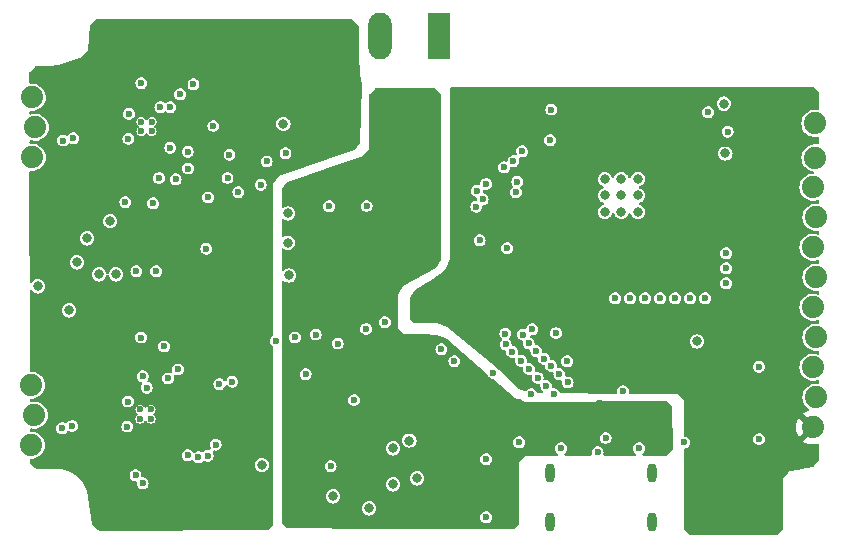
<source format=gbr>
%TF.GenerationSoftware,KiCad,Pcbnew,7.0.2*%
%TF.CreationDate,2024-03-26T23:12:22-04:00*%
%TF.ProjectId,mini_motor_go_V1_rev3,6d696e69-5f6d-46f7-946f-725f676f5f56,rev?*%
%TF.SameCoordinates,Original*%
%TF.FileFunction,Copper,L3,Inr*%
%TF.FilePolarity,Positive*%
%FSLAX46Y46*%
G04 Gerber Fmt 4.6, Leading zero omitted, Abs format (unit mm)*
G04 Created by KiCad (PCBNEW 7.0.2) date 2024-03-26 23:12:22*
%MOMM*%
%LPD*%
G01*
G04 APERTURE LIST*
%TA.AperFunction,ComponentPad*%
%ADD10C,0.600000*%
%TD*%
%TA.AperFunction,ComponentPad*%
%ADD11C,1.879600*%
%TD*%
%TA.AperFunction,ComponentPad*%
%ADD12O,0.800000X1.600000*%
%TD*%
%TA.AperFunction,ComponentPad*%
%ADD13R,1.980000X3.960000*%
%TD*%
%TA.AperFunction,ComponentPad*%
%ADD14O,1.980000X3.960000*%
%TD*%
%TA.AperFunction,ViaPad*%
%ADD15C,0.600000*%
%TD*%
%TA.AperFunction,ViaPad*%
%ADD16C,0.800000*%
%TD*%
G04 APERTURE END LIST*
D10*
%TO.N,GND*%
%TO.C,U2*%
X125481600Y-61536400D03*
X126381600Y-61536400D03*
X125481600Y-60736400D03*
X126381600Y-60736400D03*
%TD*%
D11*
%TO.N,Net-(U3-in+1)*%
%TO.C,J2*%
X116174213Y-88112054D03*
%TO.N,Net-(U5-V)*%
X116428213Y-85572054D03*
%TO.N,Net-(U3-in+2)*%
X116174213Y-83032054D03*
%TD*%
D12*
%TO.N,unconnected-(J11-SHELL_GND-PadS1)*%
%TO.C,J11*%
X160053600Y-94650700D03*
%TO.N,unconnected-(J11-SHELL_GND-PadS2)*%
X168703600Y-90450700D03*
%TO.N,unconnected-(J11-SHELL_GND-PadS3)*%
X160053600Y-90450700D03*
%TO.N,unconnected-(J11-SHELL_GND-PadS4)*%
X168703600Y-94650700D03*
%TD*%
D11*
%TO.N,Net-(J10-Pin_1)*%
%TO.C,J10*%
X182515000Y-63777800D03*
%TO.N,Net-(J10-Pin_2)*%
X182515000Y-60882200D03*
%TD*%
D10*
%TO.N,GND*%
%TO.C,U5*%
X125389938Y-85894093D03*
X126289938Y-85894093D03*
X125389938Y-85094093D03*
X126289938Y-85094093D03*
%TD*%
D13*
%TO.N,+BATT*%
%TO.C,J8*%
X150668062Y-53472238D03*
D14*
%TO.N,GND*%
X145668062Y-53472238D03*
%TD*%
D11*
%TO.N,Net-(U4-in+1)*%
%TO.C,J1*%
X116257000Y-63754000D03*
%TO.N,Net-(U2-V)*%
X116511000Y-61214000D03*
%TO.N,Net-(U4-in+2)*%
X116257000Y-58674000D03*
%TD*%
%TO.N,+3.3V*%
%TO.C,J9*%
X182344000Y-86610000D03*
%TO.N,+5V*%
X182598000Y-84070000D03*
%TO.N,GND*%
X182344000Y-81530000D03*
%TO.N,gpio47*%
X182598000Y-78990000D03*
%TO.N,gpio38*%
X182344000Y-76450000D03*
%TO.N,Net-(J9-Pin_6)*%
X182598000Y-73910000D03*
%TO.N,Net-(J9-Pin_7)*%
X182344000Y-71370000D03*
%TO.N,Net-(J9-Pin_8)*%
X182598000Y-68830000D03*
%TO.N,Net-(J9-Pin_9)*%
X182344000Y-66290000D03*
%TD*%
D15*
%TO.N,+BATT*%
X122642802Y-86943201D03*
D16*
X125624500Y-65250000D03*
X139050000Y-60930000D03*
D15*
X123931436Y-89838564D03*
X122732800Y-62585600D03*
X122732800Y-61772800D03*
X122642802Y-86130401D03*
%TO.N,GND*%
X161544000Y-81026000D03*
X158328060Y-81671940D03*
X166274001Y-83563600D03*
D16*
X164740000Y-66980000D03*
D15*
X118782002Y-86689201D03*
X154686000Y-94234000D03*
D16*
X164740000Y-68380000D03*
D15*
X161590842Y-82809158D03*
X124401600Y-62188400D03*
D16*
X116735000Y-74676000D03*
D15*
X157628060Y-80971940D03*
X159044166Y-82433634D03*
D16*
X166140000Y-65580000D03*
D15*
X159590842Y-80809158D03*
D16*
X123337570Y-73660000D03*
D15*
X171450000Y-87884000D03*
D16*
X135689493Y-89801810D03*
D15*
X159778060Y-83121940D03*
D16*
X166140000Y-68380000D03*
D15*
X177800000Y-87600000D03*
X157480000Y-87884000D03*
X131000000Y-71500000D03*
D16*
X137520000Y-60904365D03*
D15*
X132956940Y-63543060D03*
X157825500Y-78750000D03*
X124351602Y-84426001D03*
D16*
X164735137Y-65597355D03*
D15*
X156878060Y-80221940D03*
D16*
X137900000Y-70975500D03*
X166140000Y-66980000D03*
D15*
X143500000Y-84300000D03*
X160419981Y-83809449D03*
D16*
X167540000Y-66980000D03*
D15*
X156342637Y-79578908D03*
D16*
X167540000Y-68380000D03*
X174800000Y-59200000D03*
D15*
X141524000Y-89900000D03*
X119727546Y-62136006D03*
D16*
X138000000Y-73750000D03*
D15*
X158496000Y-83820000D03*
X124311602Y-86546001D03*
X124441600Y-60068400D03*
X125625500Y-82290000D03*
X160890842Y-82109158D03*
X118872000Y-62331600D03*
X161036000Y-88392000D03*
X144559980Y-67875500D03*
D16*
X167540000Y-65580000D03*
D15*
X158283364Y-79501678D03*
X167640000Y-88392000D03*
X160200000Y-59700000D03*
D16*
X172530000Y-79340000D03*
D15*
X131114800Y-89013600D03*
X119637548Y-86493607D03*
X156322500Y-78680558D03*
X125490000Y-57470000D03*
D16*
X137900000Y-68500000D03*
D15*
X158940842Y-80159158D03*
X160190842Y-81409158D03*
X154686000Y-89300000D03*
D16*
%TO.N,+3.3V*%
X148185362Y-87725395D03*
X148844000Y-90932000D03*
D15*
X156000000Y-60300000D03*
X125476000Y-79006000D03*
X148500000Y-77100000D03*
D16*
X119380000Y-76708000D03*
D15*
X175000000Y-82600000D03*
X125072469Y-73406000D03*
X128778000Y-58420000D03*
X128590000Y-81710000D03*
X126746000Y-73406000D03*
D16*
X170830000Y-80730000D03*
D15*
X124129800Y-67538600D03*
%TO.N,Net-(U3-in-1)*%
X125000000Y-90673500D03*
X129427830Y-88977500D03*
%TO.N,Net-(U3-in+1)*%
X130327526Y-89152900D03*
X125600000Y-91350000D03*
%TO.N,Net-(U3-ref_1)*%
X131775200Y-88073800D03*
X132100000Y-82950000D03*
X125943348Y-83248850D03*
%TO.N,/motor_controls/standby*%
X127421731Y-79763000D03*
X126492000Y-67640200D03*
X127104261Y-59503500D03*
X127740000Y-82470000D03*
%TO.N,+5V*%
X160528000Y-87630000D03*
X169926000Y-86614000D03*
X157480000Y-84455000D03*
X139599292Y-65785500D03*
X156210000Y-87884000D03*
X164338000Y-84582000D03*
X168500000Y-85900000D03*
X152654000Y-87884000D03*
D16*
X150070000Y-59790000D03*
D15*
X168402000Y-87630000D03*
X155448000Y-84836000D03*
%TO.N,Net-(U7-VFB)*%
X141400000Y-67900000D03*
D16*
%TO.N,m1_enc_cs*%
X122851991Y-69148009D03*
D15*
X175006000Y-71882000D03*
D16*
%TO.N,m2_enc_cs*%
X121920000Y-73660000D03*
D15*
X173228000Y-75692000D03*
%TO.N,m2_uh*%
X158600000Y-78300000D03*
X146106940Y-77706940D03*
%TO.N,m2_ul*%
X140250000Y-78750000D03*
X168148000Y-75692000D03*
%TO.N,m2_vh*%
X144531940Y-78281940D03*
X160600000Y-78621500D03*
%TO.N,m2_vl*%
X136900000Y-79300000D03*
X170688000Y-75692000D03*
%TO.N,m2_wh*%
X165608000Y-75692000D03*
X142113440Y-79513440D03*
%TO.N,m2_wl*%
X138500000Y-79000000D03*
X169418000Y-75692000D03*
%TO.N,m1_uh*%
X131150000Y-67150000D03*
X127000000Y-65500000D03*
X154391439Y-67300500D03*
%TO.N,m1_ul*%
X157200000Y-66700000D03*
X132789823Y-65500000D03*
X127939800Y-62941200D03*
%TO.N,m1_vh*%
X133700000Y-66700000D03*
X128400000Y-65618700D03*
X153900000Y-66585969D03*
%TO.N,m1_vl*%
X157000000Y-64075500D03*
X137700000Y-63400000D03*
X127939800Y-59503500D03*
%TO.N,m1_wh*%
X135600000Y-66075500D03*
X129446099Y-64700000D03*
X154693060Y-66006940D03*
%TO.N,m1_wl*%
X136100000Y-64100000D03*
X156200000Y-64600000D03*
X131600000Y-61100000D03*
%TO.N,Net-(J11-DP1)*%
X164800000Y-87517500D03*
X164126101Y-88722573D03*
%TO.N,Net-(U1-EN)*%
X160100000Y-62300000D03*
X153860000Y-67924500D03*
%TO.N,m2_current_sense_u*%
X133200000Y-82750000D03*
X156464000Y-71460500D03*
%TO.N,m2_current_sense_w*%
X139400000Y-82100000D03*
X166878000Y-75692000D03*
D16*
%TO.N,Net-(J10-Pin_1)*%
X174940000Y-63420000D03*
D15*
%TO.N,m1_current_sense_w*%
X129908326Y-57568045D03*
X157734000Y-63246000D03*
%TO.N,m1_current_sense_u*%
X129421099Y-63280167D03*
X157325503Y-65828100D03*
%TO.N,enc_scl*%
X175006000Y-73152000D03*
D16*
X120904000Y-70612000D03*
%TO.N,enc_sda*%
X120037570Y-72644000D03*
D15*
X175006000Y-74422000D03*
D16*
%TO.N,sda*%
X141732000Y-92456000D03*
D15*
X175125750Y-61574250D03*
D16*
X146812000Y-88392000D03*
D15*
X173482000Y-59930500D03*
D16*
%TO.N,scl*%
X146812000Y-91440000D03*
X144780000Y-93472000D03*
D15*
%TO.N,gpio38*%
X177770000Y-81480000D03*
X150900000Y-80010000D03*
%TO.N,gpio47*%
X154144667Y-70779500D03*
X152000000Y-81000000D03*
X155299500Y-82000000D03*
X171958000Y-75692000D03*
%TD*%
%TA.AperFunction,Conductor*%
%TO.N,+BATT*%
G36*
X129793081Y-52035605D02*
G01*
X142375002Y-52068685D01*
X143328740Y-52069939D01*
X143395754Y-52089712D01*
X143416258Y-52106258D01*
X143843681Y-52533681D01*
X143877166Y-52595004D01*
X143880000Y-52621361D01*
X143880000Y-55380000D01*
X143880325Y-55383154D01*
X143880326Y-55383162D01*
X143981804Y-56366293D01*
X143982131Y-56369458D01*
X143982781Y-56372573D01*
X144041427Y-56653633D01*
X144043517Y-56667571D01*
X144133484Y-57642853D01*
X144133979Y-57656938D01*
X144029713Y-62453191D01*
X144008576Y-62519787D01*
X144005920Y-62523574D01*
X143568259Y-63123539D01*
X143512847Y-63166098D01*
X143508504Y-63167687D01*
X137124686Y-65369004D01*
X136652000Y-66031998D01*
X136652000Y-78796724D01*
X136632315Y-78863763D01*
X136595040Y-78901039D01*
X136568871Y-78917856D01*
X136474623Y-79026625D01*
X136414834Y-79157542D01*
X136394353Y-79300000D01*
X136414834Y-79442457D01*
X136474623Y-79573374D01*
X136568870Y-79682142D01*
X136568872Y-79682143D01*
X136595037Y-79698958D01*
X136640793Y-79751759D01*
X136652000Y-79803274D01*
X136652000Y-90432000D01*
X136650639Y-91431998D01*
X136641500Y-94788762D01*
X136621633Y-94855747D01*
X136605091Y-94876196D01*
X136176269Y-95304133D01*
X136114911Y-95337554D01*
X136088759Y-95340361D01*
X121936075Y-95349641D01*
X121869023Y-95330000D01*
X121855084Y-95319607D01*
X121350993Y-94885557D01*
X121313035Y-94826897D01*
X121309268Y-94809934D01*
X120883921Y-91964506D01*
X120433712Y-91140748D01*
X119899714Y-90673500D01*
X124494353Y-90673500D01*
X124514834Y-90815957D01*
X124574623Y-90946874D01*
X124592806Y-90967858D01*
X124668872Y-91055643D01*
X124789947Y-91133453D01*
X124928039Y-91174000D01*
X124976554Y-91174000D01*
X125043593Y-91193685D01*
X125089348Y-91246489D01*
X125099292Y-91315646D01*
X125094353Y-91349999D01*
X125114834Y-91492457D01*
X125174623Y-91623374D01*
X125268870Y-91732141D01*
X125268872Y-91732143D01*
X125389947Y-91809953D01*
X125528039Y-91850500D01*
X125671961Y-91850500D01*
X125810053Y-91809953D01*
X125931128Y-91732143D01*
X126025377Y-91623373D01*
X126085165Y-91492457D01*
X126105647Y-91350000D01*
X126085165Y-91207543D01*
X126078836Y-91193685D01*
X126025376Y-91076625D01*
X125931129Y-90967858D01*
X125931128Y-90967857D01*
X125810053Y-90890047D01*
X125671961Y-90849500D01*
X125623445Y-90849500D01*
X125556406Y-90829815D01*
X125510651Y-90777011D01*
X125500707Y-90707855D01*
X125505647Y-90673500D01*
X125485165Y-90531043D01*
X125425377Y-90400127D01*
X125425376Y-90400126D01*
X125425376Y-90400125D01*
X125331129Y-90291358D01*
X125331128Y-90291357D01*
X125210053Y-90213547D01*
X125071961Y-90173000D01*
X124928039Y-90173000D01*
X124789947Y-90213547D01*
X124668870Y-90291358D01*
X124574623Y-90400125D01*
X124514834Y-90531042D01*
X124494353Y-90673500D01*
X119899714Y-90673500D01*
X119666288Y-90469252D01*
X119451032Y-90386853D01*
X118790040Y-90133828D01*
X116600819Y-90106799D01*
X116534028Y-90086288D01*
X116514193Y-90070011D01*
X116248892Y-89801809D01*
X135083810Y-89801809D01*
X135104449Y-89958572D01*
X135164956Y-90104650D01*
X135261210Y-90230092D01*
X135386651Y-90326345D01*
X135386652Y-90326346D01*
X135532731Y-90386854D01*
X135689493Y-90407492D01*
X135846255Y-90386854D01*
X135992334Y-90326346D01*
X136117775Y-90230092D01*
X136214029Y-90104651D01*
X136274537Y-89958572D01*
X136295175Y-89801810D01*
X136274537Y-89645048D01*
X136214029Y-89498969D01*
X136197939Y-89478000D01*
X136117775Y-89373527D01*
X135992333Y-89277273D01*
X135846255Y-89216766D01*
X135689493Y-89196127D01*
X135532730Y-89216766D01*
X135386652Y-89277273D01*
X135261210Y-89373527D01*
X135164956Y-89498969D01*
X135104449Y-89645047D01*
X135083810Y-89801809D01*
X116248892Y-89801809D01*
X116085034Y-89636160D01*
X116051883Y-89574656D01*
X116049191Y-89549139D01*
X116049170Y-89535042D01*
X116048966Y-89395741D01*
X116048938Y-89376536D01*
X116068524Y-89309468D01*
X116121261Y-89263635D01*
X116172938Y-89252354D01*
X116279875Y-89252354D01*
X116279877Y-89252354D01*
X116487608Y-89213522D01*
X116684666Y-89137182D01*
X116864341Y-89025931D01*
X116917469Y-88977499D01*
X128922183Y-88977499D01*
X128942664Y-89119957D01*
X129002453Y-89250874D01*
X129033734Y-89286974D01*
X129096702Y-89359643D01*
X129217777Y-89437453D01*
X129355869Y-89478000D01*
X129499791Y-89478000D01*
X129637883Y-89437453D01*
X129725750Y-89380983D01*
X129792786Y-89361300D01*
X129859826Y-89380984D01*
X129888715Y-89414323D01*
X129890474Y-89412800D01*
X129946970Y-89478000D01*
X129996398Y-89535043D01*
X130117473Y-89612853D01*
X130255565Y-89653400D01*
X130399487Y-89653400D01*
X130537579Y-89612853D01*
X130658654Y-89535043D01*
X130710537Y-89475165D01*
X130769315Y-89437390D01*
X130839184Y-89437389D01*
X130871287Y-89452049D01*
X130904747Y-89473553D01*
X131042839Y-89514100D01*
X131186761Y-89514100D01*
X131324853Y-89473553D01*
X131445928Y-89395743D01*
X131540177Y-89286973D01*
X131599965Y-89156057D01*
X131620447Y-89013600D01*
X131599965Y-88871143D01*
X131540207Y-88740293D01*
X131530264Y-88671138D01*
X131559288Y-88607582D01*
X131618066Y-88569807D01*
X131687936Y-88569807D01*
X131703238Y-88574300D01*
X131703239Y-88574300D01*
X131847161Y-88574300D01*
X131985253Y-88533753D01*
X132106328Y-88455943D01*
X132200577Y-88347173D01*
X132260365Y-88216257D01*
X132280847Y-88073800D01*
X132260365Y-87931343D01*
X132200577Y-87800427D01*
X132200576Y-87800426D01*
X132200576Y-87800425D01*
X132106329Y-87691658D01*
X132106328Y-87691657D01*
X131985253Y-87613847D01*
X131847161Y-87573300D01*
X131703239Y-87573300D01*
X131565147Y-87613847D01*
X131444070Y-87691658D01*
X131349823Y-87800425D01*
X131290034Y-87931342D01*
X131269553Y-88073799D01*
X131290034Y-88216257D01*
X131349791Y-88347103D01*
X131359735Y-88416261D01*
X131330710Y-88479817D01*
X131271933Y-88517592D01*
X131202065Y-88517593D01*
X131186762Y-88513100D01*
X131186761Y-88513100D01*
X131042839Y-88513100D01*
X130904747Y-88553647D01*
X130783671Y-88631457D01*
X130731787Y-88691335D01*
X130673009Y-88729109D01*
X130603139Y-88729109D01*
X130571035Y-88714448D01*
X130554972Y-88704125D01*
X130537579Y-88692947D01*
X130399487Y-88652400D01*
X130255565Y-88652400D01*
X130117471Y-88692947D01*
X130029606Y-88749414D01*
X129962567Y-88769098D01*
X129895527Y-88749413D01*
X129866641Y-88716075D01*
X129864882Y-88717600D01*
X129758959Y-88595358D01*
X129758958Y-88595357D01*
X129637883Y-88517547D01*
X129499791Y-88477000D01*
X129355869Y-88477000D01*
X129217777Y-88517547D01*
X129096700Y-88595358D01*
X129002453Y-88704125D01*
X128942664Y-88835042D01*
X128922183Y-88977499D01*
X116917469Y-88977499D01*
X117020515Y-88883560D01*
X117147869Y-88714916D01*
X117242066Y-88525743D01*
X117244385Y-88517593D01*
X117299899Y-88322483D01*
X117309742Y-88216257D01*
X117319398Y-88112054D01*
X117299899Y-87901627D01*
X117299899Y-87901624D01*
X117242067Y-87698366D01*
X117147869Y-87509192D01*
X117020514Y-87340546D01*
X116864343Y-87198178D01*
X116684664Y-87086925D01*
X116487608Y-87010586D01*
X116462824Y-87005953D01*
X116279877Y-86971754D01*
X116169224Y-86971754D01*
X116102185Y-86952069D01*
X116056430Y-86899265D01*
X116045224Y-86847940D01*
X116045169Y-86810008D01*
X116064754Y-86742944D01*
X116117490Y-86697111D01*
X116186634Y-86687065D01*
X116191894Y-86687930D01*
X116322549Y-86712354D01*
X116322553Y-86712354D01*
X116533875Y-86712354D01*
X116533877Y-86712354D01*
X116657734Y-86689201D01*
X118276355Y-86689201D01*
X118296836Y-86831658D01*
X118356625Y-86962575D01*
X118450872Y-87071342D01*
X118450874Y-87071344D01*
X118571949Y-87149154D01*
X118710041Y-87189701D01*
X118853963Y-87189701D01*
X118992055Y-87149154D01*
X119113130Y-87071344D01*
X119199425Y-86971754D01*
X119219054Y-86949101D01*
X119222293Y-86951907D01*
X119246776Y-86923633D01*
X119313809Y-86903925D01*
X119380853Y-86923585D01*
X119427495Y-86953560D01*
X119565587Y-86994107D01*
X119709509Y-86994107D01*
X119847601Y-86953560D01*
X119968676Y-86875750D01*
X120062925Y-86766980D01*
X120122713Y-86636064D01*
X120135662Y-86546000D01*
X123805955Y-86546000D01*
X123826436Y-86688458D01*
X123886225Y-86819375D01*
X123976544Y-86923609D01*
X123980474Y-86928144D01*
X124101549Y-87005954D01*
X124239641Y-87046501D01*
X124383563Y-87046501D01*
X124521655Y-87005954D01*
X124642730Y-86928144D01*
X124736979Y-86819374D01*
X124796767Y-86688458D01*
X124817249Y-86546001D01*
X124796767Y-86403544D01*
X124773312Y-86352186D01*
X124746510Y-86293498D01*
X124736979Y-86272628D01*
X124736978Y-86272627D01*
X124736978Y-86272626D01*
X124642731Y-86163859D01*
X124642730Y-86163858D01*
X124521655Y-86086048D01*
X124383563Y-86045501D01*
X124239641Y-86045501D01*
X124101549Y-86086048D01*
X123980472Y-86163859D01*
X123886225Y-86272626D01*
X123826436Y-86403543D01*
X123805955Y-86546000D01*
X120135662Y-86546000D01*
X120143195Y-86493607D01*
X120122713Y-86351150D01*
X120119247Y-86343561D01*
X120062924Y-86220232D01*
X119968677Y-86111465D01*
X119968676Y-86111464D01*
X119847601Y-86033654D01*
X119709509Y-85993107D01*
X119565587Y-85993107D01*
X119427495Y-86033654D01*
X119306418Y-86111465D01*
X119200496Y-86233707D01*
X119197256Y-86230900D01*
X119172720Y-86259208D01*
X119105677Y-86278882D01*
X119038658Y-86259198D01*
X118992055Y-86229248D01*
X118853963Y-86188701D01*
X118710041Y-86188701D01*
X118571949Y-86229248D01*
X118450872Y-86307059D01*
X118356625Y-86415826D01*
X118296836Y-86546743D01*
X118276355Y-86689201D01*
X116657734Y-86689201D01*
X116741608Y-86673522D01*
X116938666Y-86597182D01*
X117118341Y-86485931D01*
X117274515Y-86343560D01*
X117401869Y-86174916D01*
X117496066Y-85985743D01*
X117522143Y-85894092D01*
X124984445Y-85894092D01*
X125004291Y-86019395D01*
X125061888Y-86132436D01*
X125151594Y-86222142D01*
X125151596Y-86222143D01*
X125264634Y-86279739D01*
X125327285Y-86289661D01*
X125389937Y-86299585D01*
X125389937Y-86299584D01*
X125389938Y-86299585D01*
X125515242Y-86279739D01*
X125628280Y-86222143D01*
X125717988Y-86132435D01*
X125729452Y-86109934D01*
X125777426Y-86059138D01*
X125845247Y-86042342D01*
X125911382Y-86064879D01*
X125950423Y-86109934D01*
X125961888Y-86132436D01*
X126051594Y-86222142D01*
X126051596Y-86222143D01*
X126164634Y-86279739D01*
X126289938Y-86299585D01*
X126415242Y-86279739D01*
X126528280Y-86222143D01*
X126617988Y-86132435D01*
X126675584Y-86019397D01*
X126695430Y-85894093D01*
X126675584Y-85768789D01*
X126617988Y-85655751D01*
X126617987Y-85655749D01*
X126544012Y-85581774D01*
X126510527Y-85520451D01*
X126515511Y-85450759D01*
X126544012Y-85406412D01*
X126617987Y-85332436D01*
X126617988Y-85332435D01*
X126675584Y-85219397D01*
X126695430Y-85094093D01*
X126675584Y-84968789D01*
X126617988Y-84855751D01*
X126617987Y-84855749D01*
X126528281Y-84766043D01*
X126415240Y-84708446D01*
X126289938Y-84688600D01*
X126164635Y-84708446D01*
X126051594Y-84766043D01*
X125961888Y-84855749D01*
X125950423Y-84878252D01*
X125902448Y-84929048D01*
X125834628Y-84945843D01*
X125768493Y-84923306D01*
X125729453Y-84878252D01*
X125717987Y-84855749D01*
X125628281Y-84766043D01*
X125515240Y-84708446D01*
X125389938Y-84688600D01*
X125264635Y-84708446D01*
X125151594Y-84766043D01*
X125061888Y-84855749D01*
X125004291Y-84968790D01*
X124984445Y-85094092D01*
X125004291Y-85219395D01*
X125061888Y-85332436D01*
X125135864Y-85406412D01*
X125169349Y-85467735D01*
X125164365Y-85537427D01*
X125135864Y-85581774D01*
X125061888Y-85655749D01*
X125004291Y-85768790D01*
X124984445Y-85894092D01*
X117522143Y-85894092D01*
X117553899Y-85782483D01*
X117565642Y-85655749D01*
X117573398Y-85572054D01*
X117553899Y-85361627D01*
X117553899Y-85361624D01*
X117496067Y-85158366D01*
X117401869Y-84969192D01*
X117274514Y-84800546D01*
X117118343Y-84658178D01*
X116938664Y-84546925D01*
X116741608Y-84470586D01*
X116741607Y-84470586D01*
X116533877Y-84431754D01*
X116322549Y-84431754D01*
X116265294Y-84442457D01*
X116188319Y-84456846D01*
X116118804Y-84449815D01*
X116088869Y-84426001D01*
X123845955Y-84426001D01*
X123866436Y-84568458D01*
X123926225Y-84699375D01*
X124013850Y-84800500D01*
X124020474Y-84808144D01*
X124141549Y-84885954D01*
X124279641Y-84926501D01*
X124423563Y-84926501D01*
X124561655Y-84885954D01*
X124682730Y-84808144D01*
X124776979Y-84699374D01*
X124836767Y-84568458D01*
X124857249Y-84426001D01*
X124836767Y-84283544D01*
X124776979Y-84152628D01*
X124776978Y-84152627D01*
X124776978Y-84152626D01*
X124682731Y-84043859D01*
X124682730Y-84043858D01*
X124561655Y-83966048D01*
X124423563Y-83925501D01*
X124279641Y-83925501D01*
X124141549Y-83966048D01*
X124020472Y-84043859D01*
X123926225Y-84152626D01*
X123866436Y-84283543D01*
X123845955Y-84426001D01*
X116088869Y-84426001D01*
X116064125Y-84406317D01*
X116041643Y-84340163D01*
X116041534Y-84335179D01*
X116041478Y-84296533D01*
X116061065Y-84229466D01*
X116113803Y-84183634D01*
X116165478Y-84172354D01*
X116279875Y-84172354D01*
X116279877Y-84172354D01*
X116487608Y-84133522D01*
X116684666Y-84057182D01*
X116864341Y-83945931D01*
X117020515Y-83803560D01*
X117147869Y-83634916D01*
X117242066Y-83445743D01*
X117242067Y-83445741D01*
X117299899Y-83242483D01*
X117310123Y-83132143D01*
X117319398Y-83032054D01*
X117299899Y-82821627D01*
X117299899Y-82821624D01*
X117242067Y-82618366D01*
X117147869Y-82429192D01*
X117042757Y-82290000D01*
X125119853Y-82290000D01*
X125140334Y-82432457D01*
X125200123Y-82563374D01*
X125238395Y-82607542D01*
X125294372Y-82672143D01*
X125415447Y-82749953D01*
X125467828Y-82765333D01*
X125526604Y-82803105D01*
X125555630Y-82866660D01*
X125545687Y-82935819D01*
X125526607Y-82965509D01*
X125517971Y-82975475D01*
X125458182Y-83106392D01*
X125437701Y-83248849D01*
X125458182Y-83391307D01*
X125517971Y-83522224D01*
X125612218Y-83630991D01*
X125612220Y-83630993D01*
X125733295Y-83708803D01*
X125871387Y-83749350D01*
X126015309Y-83749350D01*
X126153401Y-83708803D01*
X126274476Y-83630993D01*
X126368725Y-83522223D01*
X126428513Y-83391307D01*
X126448995Y-83248850D01*
X126428513Y-83106393D01*
X126368725Y-82975477D01*
X126368724Y-82975476D01*
X126368724Y-82975475D01*
X126274477Y-82866708D01*
X126274476Y-82866707D01*
X126153401Y-82788897D01*
X126153400Y-82788896D01*
X126153399Y-82788896D01*
X126101021Y-82773517D01*
X126042242Y-82735743D01*
X126013217Y-82672187D01*
X126023160Y-82603029D01*
X126042241Y-82573339D01*
X126050877Y-82563373D01*
X126093519Y-82470000D01*
X127234353Y-82470000D01*
X127254834Y-82612457D01*
X127314623Y-82743374D01*
X127370225Y-82807542D01*
X127408872Y-82852143D01*
X127529947Y-82929953D01*
X127668039Y-82970500D01*
X127811961Y-82970500D01*
X127881782Y-82949999D01*
X131594353Y-82949999D01*
X131614834Y-83092457D01*
X131674623Y-83223374D01*
X131698128Y-83250500D01*
X131768872Y-83332143D01*
X131889947Y-83409953D01*
X132028039Y-83450500D01*
X132171961Y-83450500D01*
X132310053Y-83409953D01*
X132431128Y-83332143D01*
X132525377Y-83223373D01*
X132585165Y-83092457D01*
X132585164Y-83092457D01*
X132591062Y-83079545D01*
X132636817Y-83026741D01*
X132703857Y-83007057D01*
X132770896Y-83026742D01*
X132797569Y-83049855D01*
X132868870Y-83132141D01*
X132868872Y-83132143D01*
X132989947Y-83209953D01*
X133128039Y-83250500D01*
X133271961Y-83250500D01*
X133410053Y-83209953D01*
X133531128Y-83132143D01*
X133625377Y-83023373D01*
X133685165Y-82892457D01*
X133705647Y-82750000D01*
X133685165Y-82607543D01*
X133667041Y-82567858D01*
X133625376Y-82476625D01*
X133531129Y-82367858D01*
X133531128Y-82367857D01*
X133410053Y-82290047D01*
X133271961Y-82249500D01*
X133128039Y-82249500D01*
X132989947Y-82290047D01*
X132868870Y-82367858D01*
X132774624Y-82476624D01*
X132708937Y-82620455D01*
X132663181Y-82673258D01*
X132596141Y-82692942D01*
X132529102Y-82673257D01*
X132502431Y-82650145D01*
X132431128Y-82567857D01*
X132431127Y-82567856D01*
X132387861Y-82540051D01*
X132310053Y-82490047D01*
X132171961Y-82449500D01*
X132028039Y-82449500D01*
X131889947Y-82490047D01*
X131768870Y-82567858D01*
X131674623Y-82676625D01*
X131614834Y-82807542D01*
X131594353Y-82949999D01*
X127881782Y-82949999D01*
X127950053Y-82929953D01*
X128071128Y-82852143D01*
X128165377Y-82743373D01*
X128225165Y-82612457D01*
X128245647Y-82470000D01*
X128225165Y-82327543D01*
X128225165Y-82327542D01*
X128222628Y-82309896D01*
X128226461Y-82309344D01*
X128220933Y-82270884D01*
X128249959Y-82207330D01*
X128308739Y-82169557D01*
X128378605Y-82169558D01*
X128379944Y-82169951D01*
X128379947Y-82169953D01*
X128518039Y-82210500D01*
X128661961Y-82210500D01*
X128800053Y-82169953D01*
X128921128Y-82092143D01*
X129015377Y-81983373D01*
X129075165Y-81852457D01*
X129095647Y-81710000D01*
X129075165Y-81567543D01*
X129015377Y-81436627D01*
X129015376Y-81436626D01*
X129015376Y-81436625D01*
X128921129Y-81327858D01*
X128921128Y-81327857D01*
X128800053Y-81250047D01*
X128661961Y-81209500D01*
X128518039Y-81209500D01*
X128379947Y-81250047D01*
X128258870Y-81327858D01*
X128164623Y-81436625D01*
X128104834Y-81567542D01*
X128084353Y-81709999D01*
X128107372Y-81870104D01*
X128103538Y-81870655D01*
X128109064Y-81909129D01*
X128080030Y-81972681D01*
X128021246Y-82010446D01*
X127951394Y-82010441D01*
X127950053Y-82010047D01*
X127811961Y-81969500D01*
X127668039Y-81969500D01*
X127529947Y-82010047D01*
X127408870Y-82087858D01*
X127314623Y-82196625D01*
X127254834Y-82327542D01*
X127234353Y-82470000D01*
X126093519Y-82470000D01*
X126110665Y-82432457D01*
X126131147Y-82290000D01*
X126110665Y-82147543D01*
X126097254Y-82118178D01*
X126050876Y-82016625D01*
X125956629Y-81907858D01*
X125956628Y-81907857D01*
X125835553Y-81830047D01*
X125697461Y-81789500D01*
X125553539Y-81789500D01*
X125415447Y-81830047D01*
X125294370Y-81907858D01*
X125200123Y-82016625D01*
X125140334Y-82147542D01*
X125119853Y-82290000D01*
X117042757Y-82290000D01*
X117020514Y-82260546D01*
X116864343Y-82118178D01*
X116774503Y-82062551D01*
X116684666Y-82006926D01*
X116684664Y-82006925D01*
X116487608Y-81930586D01*
X116279877Y-81891754D01*
X116161765Y-81891754D01*
X116094726Y-81872069D01*
X116048971Y-81819265D01*
X116037765Y-81767936D01*
X116037471Y-81567542D01*
X116034821Y-79763000D01*
X126916084Y-79763000D01*
X126936565Y-79905457D01*
X126996354Y-80036374D01*
X127090601Y-80145141D01*
X127090603Y-80145143D01*
X127211678Y-80222953D01*
X127349770Y-80263500D01*
X127493692Y-80263500D01*
X127631784Y-80222953D01*
X127752859Y-80145143D01*
X127847108Y-80036373D01*
X127906896Y-79905457D01*
X127927378Y-79763000D01*
X127906896Y-79620543D01*
X127885354Y-79573374D01*
X127847107Y-79489625D01*
X127752860Y-79380858D01*
X127752859Y-79380857D01*
X127631784Y-79303047D01*
X127493692Y-79262500D01*
X127349770Y-79262500D01*
X127211678Y-79303047D01*
X127090601Y-79380858D01*
X126996354Y-79489625D01*
X126936565Y-79620542D01*
X126916084Y-79763000D01*
X116034821Y-79763000D01*
X116033709Y-79005999D01*
X124970353Y-79005999D01*
X124990834Y-79148457D01*
X125050623Y-79279374D01*
X125139673Y-79382143D01*
X125144872Y-79388143D01*
X125265947Y-79465953D01*
X125404039Y-79506500D01*
X125547961Y-79506500D01*
X125686053Y-79465953D01*
X125807128Y-79388143D01*
X125901377Y-79279373D01*
X125961165Y-79148457D01*
X125981647Y-79006000D01*
X125961165Y-78863543D01*
X125930649Y-78796724D01*
X125901376Y-78732625D01*
X125807129Y-78623858D01*
X125807128Y-78623857D01*
X125686053Y-78546047D01*
X125547961Y-78505500D01*
X125404039Y-78505500D01*
X125265947Y-78546047D01*
X125144870Y-78623858D01*
X125050623Y-78732625D01*
X124990834Y-78863542D01*
X124970353Y-79005999D01*
X116033709Y-79005999D01*
X116030335Y-76708000D01*
X118774317Y-76708000D01*
X118794956Y-76864762D01*
X118855463Y-77010840D01*
X118951717Y-77136282D01*
X119077159Y-77232535D01*
X119077159Y-77232536D01*
X119223238Y-77293044D01*
X119380000Y-77313682D01*
X119536762Y-77293044D01*
X119682841Y-77232536D01*
X119808282Y-77136282D01*
X119904536Y-77010841D01*
X119965044Y-76864762D01*
X119985682Y-76708000D01*
X119965044Y-76551238D01*
X119904536Y-76405159D01*
X119904536Y-76405158D01*
X119808282Y-76279717D01*
X119682840Y-76183463D01*
X119536762Y-76122956D01*
X119380000Y-76102317D01*
X119223237Y-76122956D01*
X119077159Y-76183463D01*
X118951717Y-76279717D01*
X118855463Y-76405159D01*
X118794956Y-76551237D01*
X118774317Y-76708000D01*
X116030335Y-76708000D01*
X116027983Y-75106497D01*
X116047568Y-75039433D01*
X116100305Y-74993600D01*
X116169449Y-74983555D01*
X116233047Y-75012487D01*
X116250358Y-75030832D01*
X116306719Y-75104283D01*
X116432159Y-75200535D01*
X116432159Y-75200536D01*
X116578238Y-75261044D01*
X116714360Y-75278964D01*
X116734999Y-75281682D01*
X116734999Y-75281681D01*
X116735000Y-75281682D01*
X116891762Y-75261044D01*
X117037841Y-75200536D01*
X117163282Y-75104282D01*
X117259536Y-74978841D01*
X117320044Y-74832762D01*
X117340682Y-74676000D01*
X117320044Y-74519238D01*
X117259536Y-74373159D01*
X117252518Y-74364013D01*
X117163282Y-74247717D01*
X117037840Y-74151463D01*
X116891762Y-74090956D01*
X116735000Y-74070317D01*
X116578237Y-74090956D01*
X116432159Y-74151463D01*
X116306719Y-74247716D01*
X116249097Y-74322811D01*
X116192669Y-74364013D01*
X116122923Y-74368168D01*
X116062002Y-74333955D01*
X116029250Y-74272238D01*
X116026721Y-74247513D01*
X116025858Y-73659999D01*
X121314317Y-73659999D01*
X121334956Y-73816762D01*
X121395463Y-73962840D01*
X121491717Y-74088282D01*
X121609009Y-74178282D01*
X121617159Y-74184536D01*
X121763238Y-74245044D01*
X121920000Y-74265682D01*
X122076762Y-74245044D01*
X122222841Y-74184536D01*
X122348282Y-74088282D01*
X122444536Y-73962841D01*
X122505044Y-73816762D01*
X122505846Y-73810669D01*
X122534108Y-73746776D01*
X122592430Y-73708302D01*
X122662295Y-73707467D01*
X122721520Y-73744536D01*
X122751302Y-73807741D01*
X122751723Y-73810663D01*
X122752526Y-73816762D01*
X122813033Y-73962840D01*
X122909287Y-74088282D01*
X123026579Y-74178282D01*
X123034729Y-74184536D01*
X123180808Y-74245044D01*
X123316931Y-74262964D01*
X123337569Y-74265682D01*
X123337569Y-74265681D01*
X123337570Y-74265682D01*
X123494332Y-74245044D01*
X123640411Y-74184536D01*
X123765852Y-74088282D01*
X123862106Y-73962841D01*
X123922614Y-73816762D01*
X123943252Y-73660000D01*
X123922614Y-73503238D01*
X123882337Y-73406000D01*
X124566822Y-73406000D01*
X124587303Y-73548457D01*
X124647092Y-73679374D01*
X124708290Y-73750000D01*
X124741341Y-73788143D01*
X124862416Y-73865953D01*
X125000508Y-73906500D01*
X125144430Y-73906500D01*
X125282522Y-73865953D01*
X125403597Y-73788143D01*
X125497846Y-73679373D01*
X125557634Y-73548457D01*
X125578116Y-73406000D01*
X125578116Y-73405999D01*
X126240353Y-73405999D01*
X126260834Y-73548457D01*
X126320623Y-73679374D01*
X126381821Y-73750000D01*
X126414872Y-73788143D01*
X126535947Y-73865953D01*
X126674039Y-73906500D01*
X126817961Y-73906500D01*
X126956053Y-73865953D01*
X127077128Y-73788143D01*
X127171377Y-73679373D01*
X127231165Y-73548457D01*
X127251647Y-73406000D01*
X127231165Y-73263543D01*
X127216630Y-73231717D01*
X127171376Y-73132625D01*
X127077129Y-73023858D01*
X127077128Y-73023857D01*
X126956053Y-72946047D01*
X126817961Y-72905500D01*
X126674039Y-72905500D01*
X126535947Y-72946047D01*
X126414870Y-73023858D01*
X126320623Y-73132625D01*
X126260834Y-73263542D01*
X126240353Y-73405999D01*
X125578116Y-73405999D01*
X125557634Y-73263543D01*
X125543099Y-73231717D01*
X125497845Y-73132625D01*
X125403598Y-73023858D01*
X125403597Y-73023857D01*
X125282522Y-72946047D01*
X125144430Y-72905500D01*
X125000508Y-72905500D01*
X124862416Y-72946047D01*
X124741339Y-73023858D01*
X124647092Y-73132625D01*
X124587303Y-73263542D01*
X124566822Y-73406000D01*
X123882337Y-73406000D01*
X123862106Y-73357159D01*
X123834911Y-73321718D01*
X123765852Y-73231717D01*
X123640410Y-73135463D01*
X123494332Y-73074956D01*
X123337569Y-73054317D01*
X123180807Y-73074956D01*
X123034729Y-73135463D01*
X122909287Y-73231717D01*
X122813033Y-73357159D01*
X122752524Y-73503241D01*
X122751722Y-73509337D01*
X122723453Y-73573232D01*
X122665127Y-73611701D01*
X122595262Y-73612529D01*
X122536040Y-73575454D01*
X122506264Y-73512247D01*
X122505861Y-73509449D01*
X122505044Y-73503238D01*
X122444536Y-73357159D01*
X122417341Y-73321718D01*
X122348282Y-73231717D01*
X122222840Y-73135463D01*
X122076762Y-73074956D01*
X121920000Y-73054317D01*
X121763237Y-73074956D01*
X121617159Y-73135463D01*
X121491717Y-73231717D01*
X121395463Y-73357159D01*
X121334956Y-73503237D01*
X121314317Y-73659999D01*
X116025858Y-73659999D01*
X116024366Y-72644000D01*
X119431887Y-72644000D01*
X119452526Y-72800762D01*
X119513033Y-72946840D01*
X119609287Y-73072282D01*
X119703167Y-73144318D01*
X119734729Y-73168536D01*
X119880808Y-73229044D01*
X120016930Y-73246964D01*
X120037569Y-73249682D01*
X120037569Y-73249681D01*
X120037570Y-73249682D01*
X120194332Y-73229044D01*
X120340411Y-73168536D01*
X120465852Y-73072282D01*
X120562106Y-72946841D01*
X120622614Y-72800762D01*
X120643252Y-72644000D01*
X120622614Y-72487238D01*
X120562106Y-72341159D01*
X120562105Y-72341159D01*
X120465852Y-72215717D01*
X120340410Y-72119463D01*
X120194332Y-72058956D01*
X120037569Y-72038317D01*
X119880807Y-72058956D01*
X119734729Y-72119463D01*
X119609287Y-72215717D01*
X119513033Y-72341159D01*
X119452526Y-72487237D01*
X119431887Y-72644000D01*
X116024366Y-72644000D01*
X116022686Y-71499999D01*
X130494353Y-71499999D01*
X130514834Y-71642457D01*
X130574623Y-71773374D01*
X130668870Y-71882141D01*
X130668872Y-71882143D01*
X130789947Y-71959953D01*
X130928039Y-72000500D01*
X131071961Y-72000500D01*
X131210053Y-71959953D01*
X131331128Y-71882143D01*
X131425377Y-71773373D01*
X131485165Y-71642457D01*
X131505647Y-71500000D01*
X131485165Y-71357543D01*
X131425377Y-71226627D01*
X131425376Y-71226626D01*
X131425376Y-71226625D01*
X131331129Y-71117858D01*
X131331128Y-71117857D01*
X131210053Y-71040047D01*
X131071961Y-70999500D01*
X130928039Y-70999500D01*
X130789947Y-71040047D01*
X130668870Y-71117858D01*
X130574623Y-71226625D01*
X130514834Y-71357542D01*
X130494353Y-71499999D01*
X116022686Y-71499999D01*
X116021382Y-70611999D01*
X120298317Y-70611999D01*
X120318956Y-70768762D01*
X120379463Y-70914840D01*
X120475717Y-71040282D01*
X120576816Y-71117857D01*
X120601159Y-71136536D01*
X120747238Y-71197044D01*
X120904000Y-71217682D01*
X121060762Y-71197044D01*
X121206841Y-71136536D01*
X121332282Y-71040282D01*
X121428536Y-70914841D01*
X121489044Y-70768762D01*
X121509682Y-70612000D01*
X121489044Y-70455238D01*
X121428536Y-70309159D01*
X121428535Y-70309158D01*
X121332282Y-70183717D01*
X121206840Y-70087463D01*
X121060762Y-70026956D01*
X120904000Y-70006317D01*
X120747237Y-70026956D01*
X120601159Y-70087463D01*
X120475717Y-70183717D01*
X120379463Y-70309159D01*
X120318956Y-70455237D01*
X120298317Y-70611999D01*
X116021382Y-70611999D01*
X116019232Y-69148008D01*
X122246308Y-69148008D01*
X122266947Y-69304771D01*
X122327454Y-69450849D01*
X122423708Y-69576291D01*
X122549149Y-69672545D01*
X122549150Y-69672545D01*
X122695229Y-69733053D01*
X122851991Y-69753691D01*
X123008753Y-69733053D01*
X123154832Y-69672545D01*
X123280273Y-69576291D01*
X123376527Y-69450850D01*
X123437035Y-69304771D01*
X123457673Y-69148009D01*
X123437035Y-68991247D01*
X123376527Y-68845168D01*
X123376527Y-68845167D01*
X123280273Y-68719726D01*
X123154831Y-68623472D01*
X123008753Y-68562965D01*
X122851991Y-68542326D01*
X122695228Y-68562965D01*
X122549150Y-68623472D01*
X122423708Y-68719726D01*
X122327454Y-68845168D01*
X122266947Y-68991246D01*
X122246308Y-69148008D01*
X116019232Y-69148008D01*
X116016869Y-67538600D01*
X123624153Y-67538600D01*
X123644634Y-67681057D01*
X123704423Y-67811974D01*
X123798670Y-67920741D01*
X123798672Y-67920743D01*
X123919747Y-67998553D01*
X124057839Y-68039100D01*
X124201761Y-68039100D01*
X124339853Y-67998553D01*
X124460928Y-67920743D01*
X124555177Y-67811973D01*
X124614965Y-67681057D01*
X124620839Y-67640200D01*
X125986353Y-67640200D01*
X126006834Y-67782657D01*
X126066623Y-67913574D01*
X126160870Y-68022341D01*
X126160872Y-68022343D01*
X126281947Y-68100153D01*
X126420039Y-68140700D01*
X126563961Y-68140700D01*
X126702053Y-68100153D01*
X126823128Y-68022343D01*
X126917377Y-67913573D01*
X126977165Y-67782657D01*
X126997647Y-67640200D01*
X126977165Y-67497743D01*
X126943201Y-67423374D01*
X126926908Y-67387697D01*
X126917377Y-67366827D01*
X126917376Y-67366826D01*
X126917376Y-67366825D01*
X126823129Y-67258058D01*
X126823128Y-67258057D01*
X126702053Y-67180247D01*
X126599037Y-67149999D01*
X130644353Y-67149999D01*
X130664834Y-67292457D01*
X130724623Y-67423374D01*
X130789064Y-67497743D01*
X130818872Y-67532143D01*
X130939947Y-67609953D01*
X131078039Y-67650500D01*
X131221961Y-67650500D01*
X131360053Y-67609953D01*
X131481128Y-67532143D01*
X131575377Y-67423373D01*
X131635165Y-67292457D01*
X131655647Y-67150000D01*
X131635165Y-67007543D01*
X131619560Y-66973374D01*
X131575376Y-66876625D01*
X131481129Y-66767858D01*
X131481128Y-66767857D01*
X131375540Y-66700000D01*
X133194353Y-66700000D01*
X133214834Y-66842457D01*
X133274623Y-66973374D01*
X133368870Y-67082141D01*
X133368872Y-67082143D01*
X133489947Y-67159953D01*
X133628039Y-67200500D01*
X133771961Y-67200500D01*
X133910053Y-67159953D01*
X134031128Y-67082143D01*
X134125377Y-66973373D01*
X134185165Y-66842457D01*
X134205647Y-66700000D01*
X134185165Y-66557543D01*
X134175076Y-66535452D01*
X134125376Y-66426625D01*
X134031129Y-66317858D01*
X134031128Y-66317857D01*
X133910053Y-66240047D01*
X133771961Y-66199500D01*
X133628039Y-66199500D01*
X133489947Y-66240047D01*
X133368870Y-66317858D01*
X133274623Y-66426625D01*
X133214834Y-66557542D01*
X133194353Y-66700000D01*
X131375540Y-66700000D01*
X131360053Y-66690047D01*
X131221961Y-66649500D01*
X131078039Y-66649500D01*
X130939947Y-66690047D01*
X130818870Y-66767858D01*
X130724623Y-66876625D01*
X130664834Y-67007542D01*
X130644353Y-67149999D01*
X126599037Y-67149999D01*
X126563961Y-67139700D01*
X126420039Y-67139700D01*
X126281947Y-67180247D01*
X126160870Y-67258058D01*
X126066623Y-67366825D01*
X126006834Y-67497742D01*
X125986353Y-67640200D01*
X124620839Y-67640200D01*
X124635447Y-67538600D01*
X124614965Y-67396143D01*
X124605309Y-67375000D01*
X124555176Y-67265225D01*
X124460929Y-67156458D01*
X124460928Y-67156457D01*
X124339853Y-67078647D01*
X124201761Y-67038100D01*
X124057839Y-67038100D01*
X123919747Y-67078647D01*
X123798670Y-67156458D01*
X123704423Y-67265225D01*
X123644634Y-67396142D01*
X123624153Y-67538600D01*
X116016869Y-67538600D01*
X116013876Y-65500000D01*
X126494353Y-65500000D01*
X126514834Y-65642457D01*
X126574623Y-65773374D01*
X126599538Y-65802127D01*
X126668872Y-65882143D01*
X126789947Y-65959953D01*
X126928039Y-66000500D01*
X127071961Y-66000500D01*
X127210053Y-65959953D01*
X127331128Y-65882143D01*
X127425377Y-65773373D01*
X127485165Y-65642457D01*
X127488581Y-65618699D01*
X127894353Y-65618699D01*
X127914834Y-65761157D01*
X127974623Y-65892074D01*
X128068575Y-66000500D01*
X128068872Y-66000843D01*
X128189947Y-66078653D01*
X128328039Y-66119200D01*
X128471961Y-66119200D01*
X128610053Y-66078653D01*
X128614959Y-66075500D01*
X135094353Y-66075500D01*
X135114834Y-66217957D01*
X135174623Y-66348874D01*
X135268870Y-66457641D01*
X135268872Y-66457643D01*
X135389947Y-66535453D01*
X135528039Y-66576000D01*
X135671961Y-66576000D01*
X135810053Y-66535453D01*
X135931128Y-66457643D01*
X136025377Y-66348873D01*
X136085165Y-66217957D01*
X136105647Y-66075500D01*
X136085165Y-65933043D01*
X136082842Y-65927957D01*
X136025376Y-65802125D01*
X135931129Y-65693358D01*
X135931128Y-65693357D01*
X135810053Y-65615547D01*
X135671961Y-65575000D01*
X135528039Y-65575000D01*
X135389947Y-65615547D01*
X135268870Y-65693358D01*
X135174623Y-65802125D01*
X135114834Y-65933042D01*
X135094353Y-66075500D01*
X128614959Y-66075500D01*
X128731128Y-66000843D01*
X128825377Y-65892073D01*
X128885165Y-65761157D01*
X128905647Y-65618700D01*
X128888581Y-65499999D01*
X132284176Y-65499999D01*
X132304657Y-65642457D01*
X132364446Y-65773374D01*
X132389361Y-65802127D01*
X132458695Y-65882143D01*
X132579770Y-65959953D01*
X132717862Y-66000500D01*
X132861784Y-66000500D01*
X132999876Y-65959953D01*
X133120951Y-65882143D01*
X133215200Y-65773373D01*
X133274988Y-65642457D01*
X133295470Y-65500000D01*
X133274988Y-65357543D01*
X133269408Y-65345325D01*
X133215199Y-65226625D01*
X133120952Y-65117858D01*
X133120951Y-65117857D01*
X132999876Y-65040047D01*
X132861784Y-64999500D01*
X132717862Y-64999500D01*
X132579770Y-65040047D01*
X132458693Y-65117858D01*
X132364446Y-65226625D01*
X132304657Y-65357542D01*
X132284176Y-65499999D01*
X128888581Y-65499999D01*
X128885165Y-65476243D01*
X128825377Y-65345327D01*
X128825376Y-65345326D01*
X128825376Y-65345325D01*
X128731129Y-65236558D01*
X128731128Y-65236557D01*
X128610053Y-65158747D01*
X128471961Y-65118200D01*
X128328039Y-65118200D01*
X128189947Y-65158747D01*
X128068870Y-65236558D01*
X127974623Y-65345325D01*
X127914834Y-65476242D01*
X127894353Y-65618699D01*
X127488581Y-65618699D01*
X127505647Y-65500000D01*
X127485165Y-65357543D01*
X127479585Y-65345325D01*
X127425376Y-65226625D01*
X127331129Y-65117858D01*
X127331128Y-65117857D01*
X127210053Y-65040047D01*
X127071961Y-64999500D01*
X126928039Y-64999500D01*
X126789947Y-65040047D01*
X126668870Y-65117858D01*
X126574623Y-65226625D01*
X126514834Y-65357542D01*
X126494353Y-65500000D01*
X116013876Y-65500000D01*
X116013168Y-65017978D01*
X116032754Y-64950913D01*
X116085491Y-64905080D01*
X116139845Y-64897183D01*
X116139845Y-64894300D01*
X116362662Y-64894300D01*
X116362664Y-64894300D01*
X116570395Y-64855468D01*
X116767453Y-64779128D01*
X116895250Y-64699999D01*
X128940452Y-64699999D01*
X128960933Y-64842457D01*
X129020722Y-64973374D01*
X129114969Y-65082141D01*
X129114971Y-65082143D01*
X129236046Y-65159953D01*
X129374138Y-65200500D01*
X129518060Y-65200500D01*
X129656152Y-65159953D01*
X129777227Y-65082143D01*
X129871476Y-64973373D01*
X129931264Y-64842457D01*
X129951746Y-64700000D01*
X129931264Y-64557543D01*
X129916633Y-64525507D01*
X129871475Y-64426625D01*
X129777228Y-64317858D01*
X129777227Y-64317857D01*
X129656152Y-64240047D01*
X129518060Y-64199500D01*
X129374138Y-64199500D01*
X129236046Y-64240047D01*
X129114969Y-64317858D01*
X129020722Y-64426625D01*
X128960933Y-64557542D01*
X128940452Y-64699999D01*
X116895250Y-64699999D01*
X116947128Y-64667877D01*
X117103302Y-64525506D01*
X117230656Y-64356862D01*
X117324853Y-64167689D01*
X117324854Y-64167687D01*
X117344113Y-64100000D01*
X135594353Y-64100000D01*
X135614834Y-64242457D01*
X135674623Y-64373374D01*
X135720767Y-64426627D01*
X135768872Y-64482143D01*
X135889947Y-64559953D01*
X136028039Y-64600500D01*
X136171961Y-64600500D01*
X136310053Y-64559953D01*
X136431128Y-64482143D01*
X136525377Y-64373373D01*
X136585165Y-64242457D01*
X136605647Y-64100000D01*
X136585165Y-63957543D01*
X136525377Y-63826627D01*
X136525376Y-63826626D01*
X136525376Y-63826625D01*
X136431129Y-63717858D01*
X136431128Y-63717857D01*
X136310053Y-63640047D01*
X136171961Y-63599500D01*
X136028039Y-63599500D01*
X135889947Y-63640047D01*
X135768870Y-63717858D01*
X135674623Y-63826625D01*
X135614834Y-63957542D01*
X135594353Y-64100000D01*
X117344113Y-64100000D01*
X117382686Y-63964429D01*
X117395455Y-63826625D01*
X117402185Y-63754000D01*
X117382686Y-63543573D01*
X117382686Y-63543570D01*
X117324854Y-63340312D01*
X117230656Y-63151138D01*
X117103301Y-62982492D01*
X117058005Y-62941199D01*
X127434153Y-62941199D01*
X127454634Y-63083657D01*
X127514423Y-63214574D01*
X127551656Y-63257543D01*
X127608672Y-63323343D01*
X127729747Y-63401153D01*
X127867839Y-63441700D01*
X128011761Y-63441700D01*
X128149853Y-63401153D01*
X128270928Y-63323343D01*
X128308341Y-63280166D01*
X128915452Y-63280166D01*
X128935933Y-63422624D01*
X128995722Y-63553541D01*
X129035546Y-63599500D01*
X129089971Y-63662310D01*
X129211046Y-63740120D01*
X129349138Y-63780667D01*
X129493060Y-63780667D01*
X129631152Y-63740120D01*
X129752227Y-63662310D01*
X129846476Y-63553540D01*
X129851262Y-63543060D01*
X132451293Y-63543060D01*
X132471774Y-63685517D01*
X132531563Y-63816434D01*
X132625810Y-63925201D01*
X132625812Y-63925203D01*
X132746887Y-64003013D01*
X132884979Y-64043560D01*
X133028901Y-64043560D01*
X133166993Y-64003013D01*
X133288068Y-63925203D01*
X133382317Y-63816433D01*
X133442105Y-63685517D01*
X133462587Y-63543060D01*
X133442105Y-63400603D01*
X133441830Y-63400000D01*
X137194353Y-63400000D01*
X137214834Y-63542457D01*
X137274623Y-63673374D01*
X137313168Y-63717857D01*
X137368872Y-63782143D01*
X137489947Y-63859953D01*
X137628039Y-63900500D01*
X137771961Y-63900500D01*
X137910053Y-63859953D01*
X138031128Y-63782143D01*
X138125377Y-63673373D01*
X138185165Y-63542457D01*
X138205647Y-63400000D01*
X138185165Y-63257543D01*
X138165541Y-63214574D01*
X138125376Y-63126625D01*
X138031129Y-63017858D01*
X138031128Y-63017857D01*
X137910053Y-62940047D01*
X137771961Y-62899500D01*
X137628039Y-62899500D01*
X137489947Y-62940047D01*
X137368870Y-63017858D01*
X137274623Y-63126625D01*
X137214834Y-63257542D01*
X137194353Y-63400000D01*
X133441830Y-63400000D01*
X133382317Y-63269687D01*
X133382316Y-63269686D01*
X133382316Y-63269685D01*
X133288069Y-63160918D01*
X133288068Y-63160917D01*
X133166993Y-63083107D01*
X133028901Y-63042560D01*
X132884979Y-63042560D01*
X132746887Y-63083107D01*
X132625810Y-63160918D01*
X132531563Y-63269685D01*
X132471774Y-63400602D01*
X132451293Y-63543060D01*
X129851262Y-63543060D01*
X129906264Y-63422624D01*
X129926746Y-63280167D01*
X129906264Y-63137710D01*
X129899792Y-63123539D01*
X129846475Y-63006792D01*
X129752228Y-62898025D01*
X129752227Y-62898024D01*
X129631152Y-62820214D01*
X129493060Y-62779667D01*
X129349138Y-62779667D01*
X129211046Y-62820214D01*
X129089969Y-62898025D01*
X128995722Y-63006792D01*
X128935933Y-63137709D01*
X128915452Y-63280166D01*
X128308341Y-63280166D01*
X128365177Y-63214573D01*
X128424965Y-63083657D01*
X128445447Y-62941200D01*
X128424965Y-62798743D01*
X128421681Y-62791553D01*
X128365176Y-62667825D01*
X128270929Y-62559058D01*
X128270928Y-62559057D01*
X128149853Y-62481247D01*
X128011761Y-62440700D01*
X127867839Y-62440700D01*
X127729747Y-62481247D01*
X127608670Y-62559058D01*
X127514423Y-62667825D01*
X127454634Y-62798742D01*
X127434153Y-62941199D01*
X117058005Y-62941199D01*
X116947130Y-62840124D01*
X116767451Y-62728871D01*
X116570395Y-62652532D01*
X116570394Y-62652532D01*
X116362664Y-62613700D01*
X116151336Y-62613700D01*
X116139846Y-62613700D01*
X116139846Y-62611124D01*
X116086726Y-62605751D01*
X116032048Y-62562252D01*
X116009567Y-62496098D01*
X116009458Y-62491076D01*
X116009359Y-62423740D01*
X116028945Y-62356672D01*
X116081682Y-62310839D01*
X116150826Y-62300794D01*
X116178146Y-62307929D01*
X116197605Y-62315468D01*
X116405336Y-62354300D01*
X116405338Y-62354300D01*
X116616662Y-62354300D01*
X116616664Y-62354300D01*
X116738097Y-62331600D01*
X118366353Y-62331600D01*
X118386834Y-62474057D01*
X118446623Y-62604974D01*
X118540870Y-62713741D01*
X118540872Y-62713743D01*
X118661947Y-62791553D01*
X118800039Y-62832100D01*
X118943961Y-62832100D01*
X119082053Y-62791553D01*
X119203128Y-62713743D01*
X119289815Y-62613700D01*
X119309052Y-62591500D01*
X119312291Y-62594306D01*
X119336774Y-62566032D01*
X119403807Y-62546324D01*
X119470851Y-62565984D01*
X119517493Y-62595959D01*
X119655585Y-62636506D01*
X119799507Y-62636506D01*
X119937599Y-62595959D01*
X120058674Y-62518149D01*
X120152923Y-62409379D01*
X120212711Y-62278463D01*
X120225660Y-62188399D01*
X123895953Y-62188399D01*
X123916434Y-62330857D01*
X123976223Y-62461774D01*
X124066542Y-62566008D01*
X124070472Y-62570543D01*
X124191547Y-62648353D01*
X124329639Y-62688900D01*
X124473561Y-62688900D01*
X124611653Y-62648353D01*
X124732728Y-62570543D01*
X124826977Y-62461773D01*
X124886765Y-62330857D01*
X124907247Y-62188400D01*
X124886765Y-62045943D01*
X124863310Y-61994585D01*
X124836508Y-61935897D01*
X124826977Y-61915027D01*
X124826976Y-61915026D01*
X124826976Y-61915025D01*
X124732729Y-61806258D01*
X124732728Y-61806257D01*
X124611653Y-61728447D01*
X124473561Y-61687900D01*
X124329639Y-61687900D01*
X124191547Y-61728447D01*
X124070470Y-61806258D01*
X123976223Y-61915025D01*
X123916434Y-62045942D01*
X123895953Y-62188399D01*
X120225660Y-62188399D01*
X120233193Y-62136006D01*
X120212711Y-61993549D01*
X120209038Y-61985507D01*
X120152922Y-61862631D01*
X120058675Y-61753864D01*
X120058674Y-61753863D01*
X119937599Y-61676053D01*
X119799507Y-61635506D01*
X119655585Y-61635506D01*
X119517493Y-61676053D01*
X119396416Y-61753864D01*
X119290494Y-61876106D01*
X119287254Y-61873299D01*
X119262718Y-61901607D01*
X119195675Y-61921281D01*
X119128656Y-61901597D01*
X119082053Y-61871647D01*
X118943961Y-61831100D01*
X118800039Y-61831100D01*
X118661947Y-61871647D01*
X118540870Y-61949458D01*
X118446623Y-62058225D01*
X118386834Y-62189142D01*
X118366353Y-62331600D01*
X116738097Y-62331600D01*
X116824395Y-62315468D01*
X117021453Y-62239128D01*
X117201128Y-62127877D01*
X117357302Y-61985506D01*
X117484656Y-61816862D01*
X117578853Y-61627689D01*
X117604827Y-61536400D01*
X125076107Y-61536400D01*
X125095953Y-61661702D01*
X125153550Y-61774743D01*
X125243256Y-61864449D01*
X125243258Y-61864450D01*
X125356296Y-61922046D01*
X125481600Y-61941892D01*
X125606904Y-61922046D01*
X125719942Y-61864450D01*
X125809650Y-61774742D01*
X125820288Y-61753864D01*
X125821115Y-61752241D01*
X125869088Y-61701445D01*
X125936909Y-61684649D01*
X126003044Y-61707186D01*
X126042085Y-61752241D01*
X126053550Y-61774743D01*
X126143256Y-61864449D01*
X126143258Y-61864450D01*
X126256296Y-61922046D01*
X126381600Y-61941892D01*
X126506904Y-61922046D01*
X126619942Y-61864450D01*
X126709650Y-61774742D01*
X126767246Y-61661704D01*
X126787092Y-61536400D01*
X126767246Y-61411096D01*
X126709650Y-61298058D01*
X126709649Y-61298056D01*
X126635674Y-61224081D01*
X126602189Y-61162758D01*
X126606677Y-61099999D01*
X131094353Y-61099999D01*
X131114834Y-61242457D01*
X131174623Y-61373374D01*
X131268870Y-61482141D01*
X131268872Y-61482143D01*
X131389947Y-61559953D01*
X131528039Y-61600500D01*
X131671961Y-61600500D01*
X131810053Y-61559953D01*
X131931128Y-61482143D01*
X132025377Y-61373373D01*
X132085165Y-61242457D01*
X132105647Y-61100000D01*
X132085165Y-60957543D01*
X132062167Y-60907186D01*
X132060879Y-60904365D01*
X136914317Y-60904365D01*
X136934956Y-61061127D01*
X136995463Y-61207205D01*
X137091717Y-61332647D01*
X137164051Y-61388150D01*
X137217159Y-61428901D01*
X137363238Y-61489409D01*
X137520000Y-61510047D01*
X137676762Y-61489409D01*
X137822841Y-61428901D01*
X137948282Y-61332647D01*
X138044536Y-61207206D01*
X138105044Y-61061127D01*
X138125682Y-60904365D01*
X138105044Y-60747603D01*
X138044536Y-60601524D01*
X138016981Y-60565613D01*
X137948282Y-60476082D01*
X137822840Y-60379828D01*
X137676762Y-60319321D01*
X137520000Y-60298682D01*
X137363237Y-60319321D01*
X137217159Y-60379828D01*
X137091717Y-60476082D01*
X136995463Y-60601524D01*
X136934956Y-60747602D01*
X136914317Y-60904365D01*
X132060879Y-60904365D01*
X132025376Y-60826625D01*
X131931129Y-60717858D01*
X131931128Y-60717857D01*
X131810053Y-60640047D01*
X131671961Y-60599500D01*
X131528039Y-60599500D01*
X131389947Y-60640047D01*
X131268870Y-60717858D01*
X131174623Y-60826625D01*
X131114834Y-60957542D01*
X131094353Y-61099999D01*
X126606677Y-61099999D01*
X126607173Y-61093066D01*
X126635674Y-61048719D01*
X126709649Y-60974743D01*
X126709650Y-60974742D01*
X126767246Y-60861704D01*
X126787092Y-60736400D01*
X126767246Y-60611096D01*
X126709650Y-60498058D01*
X126709649Y-60498056D01*
X126619943Y-60408350D01*
X126506902Y-60350753D01*
X126381600Y-60330907D01*
X126256297Y-60350753D01*
X126143256Y-60408350D01*
X126053550Y-60498056D01*
X126042085Y-60520559D01*
X125994110Y-60571355D01*
X125926290Y-60588150D01*
X125860155Y-60565613D01*
X125821115Y-60520559D01*
X125809649Y-60498056D01*
X125719943Y-60408350D01*
X125606902Y-60350753D01*
X125481599Y-60330907D01*
X125356297Y-60350753D01*
X125243256Y-60408350D01*
X125153550Y-60498056D01*
X125095953Y-60611097D01*
X125076107Y-60736400D01*
X125095953Y-60861702D01*
X125153550Y-60974743D01*
X125227526Y-61048719D01*
X125261011Y-61110042D01*
X125256027Y-61179734D01*
X125227526Y-61224081D01*
X125153550Y-61298056D01*
X125095953Y-61411097D01*
X125076107Y-61536400D01*
X117604827Y-61536400D01*
X117636686Y-61424429D01*
X117642136Y-61365613D01*
X117656185Y-61214000D01*
X117636686Y-61003573D01*
X117636686Y-61003570D01*
X117578854Y-60800312D01*
X117484656Y-60611138D01*
X117357301Y-60442492D01*
X117201130Y-60300124D01*
X117111290Y-60244497D01*
X117021453Y-60188872D01*
X117021451Y-60188871D01*
X116824395Y-60112532D01*
X116824394Y-60112532D01*
X116616664Y-60073700D01*
X116405336Y-60073700D01*
X116197605Y-60112532D01*
X116197603Y-60112532D01*
X116197601Y-60112533D01*
X116174598Y-60121444D01*
X116104974Y-60127304D01*
X116043235Y-60094592D01*
X116028502Y-60068399D01*
X123935953Y-60068399D01*
X123956434Y-60210857D01*
X124016223Y-60341774D01*
X124110470Y-60450541D01*
X124110472Y-60450543D01*
X124231547Y-60528353D01*
X124369639Y-60568900D01*
X124513561Y-60568900D01*
X124651653Y-60528353D01*
X124772728Y-60450543D01*
X124866977Y-60341773D01*
X124926765Y-60210857D01*
X124947247Y-60068400D01*
X124926765Y-59925943D01*
X124908360Y-59885643D01*
X124866976Y-59795025D01*
X124772729Y-59686258D01*
X124772728Y-59686257D01*
X124651653Y-59608447D01*
X124513561Y-59567900D01*
X124369639Y-59567900D01*
X124231547Y-59608447D01*
X124110470Y-59686258D01*
X124016223Y-59795025D01*
X123956434Y-59925942D01*
X123935953Y-60068399D01*
X116028502Y-60068399D01*
X116008982Y-60033694D01*
X116005808Y-60006006D01*
X116005707Y-59936582D01*
X116025292Y-59869518D01*
X116078029Y-59823685D01*
X116139845Y-59814704D01*
X116139845Y-59814300D01*
X116142630Y-59814300D01*
X116147173Y-59813640D01*
X116151181Y-59814300D01*
X116151336Y-59814300D01*
X116362662Y-59814300D01*
X116362664Y-59814300D01*
X116570395Y-59775468D01*
X116767453Y-59699128D01*
X116947128Y-59587877D01*
X117039685Y-59503500D01*
X126598614Y-59503500D01*
X126619095Y-59645957D01*
X126678884Y-59776874D01*
X126764781Y-59876004D01*
X126773133Y-59885643D01*
X126894208Y-59963453D01*
X127032300Y-60004000D01*
X127176222Y-60004000D01*
X127314314Y-59963453D01*
X127435389Y-59885643D01*
X127435388Y-59885643D01*
X127450388Y-59876004D01*
X127452032Y-59878563D01*
X127487086Y-59856032D01*
X127556955Y-59856026D01*
X127592028Y-59878562D01*
X127593673Y-59876004D01*
X127608672Y-59885643D01*
X127729747Y-59963453D01*
X127867839Y-60004000D01*
X128011761Y-60004000D01*
X128149853Y-59963453D01*
X128270928Y-59885643D01*
X128365177Y-59776873D01*
X128424965Y-59645957D01*
X128445447Y-59503500D01*
X128424965Y-59361043D01*
X128386520Y-59276862D01*
X128365176Y-59230125D01*
X128270929Y-59121358D01*
X128270928Y-59121357D01*
X128149853Y-59043547D01*
X128011761Y-59003000D01*
X127867839Y-59003000D01*
X127729747Y-59043547D01*
X127593673Y-59130996D01*
X127592027Y-59128436D01*
X127556950Y-59150973D01*
X127487081Y-59150965D01*
X127452032Y-59128437D01*
X127450388Y-59130996D01*
X127382997Y-59087687D01*
X127314314Y-59043547D01*
X127176222Y-59003000D01*
X127032300Y-59003000D01*
X126894208Y-59043547D01*
X126773131Y-59121358D01*
X126678884Y-59230125D01*
X126619095Y-59361042D01*
X126598614Y-59503500D01*
X117039685Y-59503500D01*
X117103302Y-59445506D01*
X117230656Y-59276862D01*
X117324853Y-59087689D01*
X117324854Y-59087687D01*
X117382686Y-58884429D01*
X117385513Y-58853913D01*
X117402185Y-58674000D01*
X117382686Y-58463573D01*
X117382686Y-58463570D01*
X117370289Y-58420000D01*
X128272353Y-58420000D01*
X128292834Y-58562457D01*
X128352623Y-58693374D01*
X128446870Y-58802141D01*
X128446872Y-58802143D01*
X128567947Y-58879953D01*
X128706039Y-58920500D01*
X128849961Y-58920500D01*
X128988053Y-58879953D01*
X129109128Y-58802143D01*
X129203377Y-58693373D01*
X129263165Y-58562457D01*
X129283647Y-58420000D01*
X129263165Y-58277543D01*
X129255295Y-58260311D01*
X129203376Y-58146625D01*
X129109129Y-58037858D01*
X129109128Y-58037857D01*
X128988053Y-57960047D01*
X128849961Y-57919500D01*
X128706039Y-57919500D01*
X128567947Y-57960047D01*
X128446870Y-58037858D01*
X128352623Y-58146625D01*
X128292834Y-58277542D01*
X128272353Y-58420000D01*
X117370289Y-58420000D01*
X117324854Y-58260312D01*
X117230656Y-58071138D01*
X117103301Y-57902492D01*
X116947130Y-57760124D01*
X116767451Y-57648871D01*
X116570395Y-57572532D01*
X116546392Y-57568045D01*
X116362664Y-57533700D01*
X116151336Y-57533700D01*
X116151335Y-57533700D01*
X116148783Y-57534177D01*
X116144068Y-57533700D01*
X116139846Y-57533700D01*
X116139846Y-57533272D01*
X116079268Y-57527145D01*
X116024590Y-57483646D01*
X116019952Y-57469999D01*
X124984353Y-57469999D01*
X125004834Y-57612457D01*
X125064623Y-57743374D01*
X125158870Y-57852141D01*
X125158872Y-57852143D01*
X125279947Y-57929953D01*
X125418039Y-57970500D01*
X125561961Y-57970500D01*
X125700053Y-57929953D01*
X125821128Y-57852143D01*
X125915377Y-57743373D01*
X125975165Y-57612457D01*
X125981551Y-57568044D01*
X129402679Y-57568044D01*
X129423160Y-57710502D01*
X129482949Y-57841419D01*
X129559664Y-57929953D01*
X129577198Y-57950188D01*
X129698273Y-58027998D01*
X129836365Y-58068545D01*
X129980287Y-58068545D01*
X130118379Y-58027998D01*
X130239454Y-57950188D01*
X130333703Y-57841418D01*
X130393491Y-57710502D01*
X130413973Y-57568045D01*
X130393491Y-57425588D01*
X130387500Y-57412470D01*
X130333702Y-57294670D01*
X130239455Y-57185903D01*
X130239454Y-57185902D01*
X130118379Y-57108092D01*
X129980287Y-57067545D01*
X129836365Y-57067545D01*
X129698273Y-57108092D01*
X129577196Y-57185903D01*
X129482949Y-57294670D01*
X129423160Y-57425587D01*
X129402679Y-57568044D01*
X125981551Y-57568044D01*
X125995647Y-57470000D01*
X125975165Y-57327543D01*
X125960152Y-57294670D01*
X125915376Y-57196625D01*
X125821129Y-57087858D01*
X125821128Y-57087857D01*
X125700053Y-57010047D01*
X125561961Y-56969500D01*
X125418039Y-56969500D01*
X125279947Y-57010047D01*
X125158870Y-57087858D01*
X125064623Y-57196625D01*
X125004834Y-57327542D01*
X124984353Y-57469999D01*
X116019952Y-57469999D01*
X116002109Y-57417492D01*
X116002000Y-57412470D01*
X116000809Y-56601562D01*
X116020395Y-56534497D01*
X116037241Y-56513589D01*
X116463485Y-56088489D01*
X116524851Y-56055088D01*
X116551558Y-56052291D01*
X117558557Y-56056476D01*
X118534625Y-55905729D01*
X118534624Y-55905728D01*
X120443928Y-55292824D01*
X120970910Y-54642599D01*
X121184268Y-52558058D01*
X121210677Y-52493372D01*
X121224641Y-52478546D01*
X121704530Y-52046411D01*
X121767518Y-52016180D01*
X121787822Y-52014559D01*
X129793081Y-52035605D01*
G37*
%TD.AperFunction*%
%TD*%
%TA.AperFunction,Conductor*%
%TO.N,+5V*%
G36*
X150391677Y-57931685D02*
G01*
X150412319Y-57948319D01*
X150839682Y-58375682D01*
X150873166Y-58437003D01*
X150876000Y-58463361D01*
X150876000Y-72363945D01*
X150858607Y-72427277D01*
X150454290Y-73107862D01*
X150406990Y-73153427D01*
X147639105Y-74660856D01*
X147639104Y-74660857D01*
X147639102Y-74660859D01*
X147639103Y-74660859D01*
X147200000Y-75400000D01*
X147200000Y-75800000D01*
X147200000Y-76800000D01*
X147200000Y-78200000D01*
X147700000Y-78700000D01*
X148498464Y-78700000D01*
X148501560Y-78700038D01*
X149497847Y-78724930D01*
X149500901Y-78725045D01*
X150479763Y-78773987D01*
X150519988Y-78782849D01*
X151190292Y-79053487D01*
X151357349Y-79120937D01*
X151392457Y-79142492D01*
X154783747Y-82102020D01*
X154815009Y-82143935D01*
X154874123Y-82273374D01*
X154968370Y-82382141D01*
X154968372Y-82382143D01*
X155089447Y-82459953D01*
X155220759Y-82498509D01*
X155267356Y-82524058D01*
X157103280Y-84126242D01*
X157103281Y-84126242D01*
X157103282Y-84126243D01*
X157979985Y-84451233D01*
X157979985Y-84451232D01*
X157979986Y-84451233D01*
X169897585Y-84361447D01*
X169964768Y-84380625D01*
X169985376Y-84396949D01*
X170165107Y-84573374D01*
X170417752Y-84821374D01*
X170451804Y-84882384D01*
X170454880Y-84908498D01*
X170493916Y-88448310D01*
X170474972Y-88515562D01*
X170458138Y-88536823D01*
X170036349Y-88963781D01*
X169975231Y-88997638D01*
X169948278Y-89000635D01*
X168037722Y-89002836D01*
X167970660Y-88983229D01*
X167924844Y-88930477D01*
X167914821Y-88861330D01*
X167943773Y-88797741D01*
X167970542Y-88774519D01*
X167971128Y-88774143D01*
X168065377Y-88665373D01*
X168125165Y-88534457D01*
X168145647Y-88392000D01*
X168125165Y-88249543D01*
X168065377Y-88118627D01*
X168065376Y-88118626D01*
X168065376Y-88118625D01*
X167971129Y-88009858D01*
X167971128Y-88009857D01*
X167850053Y-87932047D01*
X167711961Y-87891500D01*
X167568039Y-87891500D01*
X167429947Y-87932047D01*
X167308870Y-88009858D01*
X167214623Y-88118625D01*
X167154834Y-88249542D01*
X167134353Y-88392000D01*
X167154834Y-88534457D01*
X167214623Y-88665374D01*
X167308872Y-88774144D01*
X167310882Y-88775436D01*
X167356637Y-88828239D01*
X167366581Y-88897398D01*
X167337556Y-88960954D01*
X167278778Y-88998728D01*
X167243987Y-89003750D01*
X164734151Y-89006641D01*
X164667090Y-88987035D01*
X164621274Y-88934283D01*
X164611251Y-88865136D01*
X164611271Y-88864995D01*
X164615464Y-88835833D01*
X164631748Y-88722573D01*
X164611266Y-88580116D01*
X164551478Y-88449200D01*
X164551477Y-88449199D01*
X164551477Y-88449198D01*
X164457230Y-88340431D01*
X164457229Y-88340430D01*
X164336154Y-88262620D01*
X164198062Y-88222073D01*
X164054140Y-88222073D01*
X163916048Y-88262620D01*
X163794971Y-88340431D01*
X163700724Y-88449198D01*
X163640935Y-88580115D01*
X163620454Y-88722573D01*
X163641132Y-88866396D01*
X163631188Y-88935554D01*
X163585433Y-88988358D01*
X163518537Y-89008042D01*
X161421862Y-89010458D01*
X161354800Y-88990851D01*
X161308984Y-88938099D01*
X161298961Y-88868952D01*
X161327913Y-88805363D01*
X161354683Y-88782141D01*
X161367126Y-88774144D01*
X161367128Y-88774143D01*
X161461377Y-88665373D01*
X161521165Y-88534457D01*
X161541647Y-88392000D01*
X161521165Y-88249543D01*
X161461377Y-88118627D01*
X161461376Y-88118626D01*
X161461376Y-88118625D01*
X161367129Y-88009858D01*
X161367128Y-88009857D01*
X161246053Y-87932047D01*
X161107961Y-87891500D01*
X160964039Y-87891500D01*
X160825947Y-87932047D01*
X160704870Y-88009858D01*
X160610623Y-88118625D01*
X160550834Y-88249542D01*
X160530353Y-88392000D01*
X160550834Y-88534457D01*
X160610623Y-88665374D01*
X160704869Y-88774141D01*
X160718699Y-88783029D01*
X160764454Y-88835833D01*
X160774398Y-88904991D01*
X160745374Y-88968547D01*
X160686596Y-89006322D01*
X160651803Y-89011345D01*
X157999595Y-89014400D01*
X157979998Y-89014423D01*
X157979999Y-89014423D01*
X157480000Y-89515000D01*
X157480000Y-94698495D01*
X157460315Y-94765534D01*
X157443511Y-94786347D01*
X157016493Y-95211707D01*
X156955104Y-95245072D01*
X156928500Y-95247854D01*
X149011250Y-95217049D01*
X147437318Y-95210926D01*
X145328620Y-95202721D01*
X137945817Y-95173997D01*
X137878854Y-95154052D01*
X137858495Y-95137556D01*
X137430262Y-94708096D01*
X137396866Y-94646726D01*
X137394070Y-94620668D01*
X137393673Y-94234000D01*
X154180353Y-94234000D01*
X154200834Y-94376457D01*
X154260623Y-94507374D01*
X154354870Y-94616141D01*
X154354872Y-94616143D01*
X154475947Y-94693953D01*
X154614039Y-94734500D01*
X154757961Y-94734500D01*
X154896053Y-94693953D01*
X155017128Y-94616143D01*
X155111377Y-94507373D01*
X155171165Y-94376457D01*
X155191647Y-94234000D01*
X155171165Y-94091543D01*
X155155409Y-94057043D01*
X155111376Y-93960625D01*
X155017129Y-93851858D01*
X155017128Y-93851857D01*
X154896053Y-93774047D01*
X154757961Y-93733500D01*
X154614039Y-93733500D01*
X154475947Y-93774047D01*
X154354870Y-93851858D01*
X154260623Y-93960625D01*
X154200834Y-94091542D01*
X154180353Y-94234000D01*
X137393673Y-94234000D01*
X137392890Y-93472000D01*
X144174317Y-93472000D01*
X144194956Y-93628762D01*
X144255463Y-93774840D01*
X144351717Y-93900282D01*
X144477159Y-93996535D01*
X144477159Y-93996536D01*
X144623238Y-94057044D01*
X144780000Y-94077682D01*
X144936762Y-94057044D01*
X145082841Y-93996536D01*
X145208282Y-93900282D01*
X145304536Y-93774841D01*
X145365044Y-93628762D01*
X145385682Y-93472000D01*
X145365044Y-93315238D01*
X145304536Y-93169159D01*
X145208282Y-93043717D01*
X145082840Y-92947463D01*
X144936762Y-92886956D01*
X144780000Y-92866317D01*
X144623237Y-92886956D01*
X144477159Y-92947463D01*
X144351717Y-93043717D01*
X144255463Y-93169159D01*
X144194956Y-93315237D01*
X144174317Y-93472000D01*
X137392890Y-93472000D01*
X137391846Y-92456000D01*
X141126317Y-92456000D01*
X141146956Y-92612762D01*
X141207463Y-92758840D01*
X141303717Y-92884282D01*
X141429159Y-92980535D01*
X141429159Y-92980536D01*
X141575238Y-93041044D01*
X141732000Y-93061682D01*
X141888762Y-93041044D01*
X142034841Y-92980536D01*
X142160282Y-92884282D01*
X142256536Y-92758841D01*
X142317044Y-92612762D01*
X142337682Y-92456000D01*
X142317044Y-92299238D01*
X142256536Y-92153159D01*
X142256536Y-92153158D01*
X142160282Y-92027717D01*
X142034840Y-91931463D01*
X141888762Y-91870956D01*
X141732000Y-91850317D01*
X141575237Y-91870956D01*
X141429159Y-91931463D01*
X141303717Y-92027717D01*
X141207463Y-92153159D01*
X141146956Y-92299237D01*
X141126317Y-92456000D01*
X137391846Y-92456000D01*
X137390802Y-91440000D01*
X146206317Y-91440000D01*
X146226956Y-91596762D01*
X146287463Y-91742840D01*
X146383717Y-91868282D01*
X146509159Y-91964535D01*
X146509159Y-91964536D01*
X146655238Y-92025044D01*
X146812000Y-92045682D01*
X146968762Y-92025044D01*
X147114841Y-91964536D01*
X147240282Y-91868282D01*
X147336536Y-91742841D01*
X147397044Y-91596762D01*
X147417682Y-91440000D01*
X147397044Y-91283238D01*
X147336536Y-91137159D01*
X147268840Y-91048935D01*
X147240282Y-91011717D01*
X147136392Y-90932000D01*
X148238317Y-90932000D01*
X148258956Y-91088762D01*
X148319463Y-91234840D01*
X148415717Y-91360282D01*
X148519609Y-91440000D01*
X148541159Y-91456536D01*
X148687238Y-91517044D01*
X148844000Y-91537682D01*
X149000762Y-91517044D01*
X149146841Y-91456536D01*
X149272282Y-91360282D01*
X149368536Y-91234841D01*
X149429044Y-91088762D01*
X149449682Y-90932000D01*
X149429044Y-90775238D01*
X149368536Y-90629159D01*
X149272282Y-90503717D01*
X149146840Y-90407463D01*
X149000762Y-90346956D01*
X148844000Y-90326317D01*
X148687237Y-90346956D01*
X148541159Y-90407463D01*
X148415717Y-90503717D01*
X148319463Y-90629159D01*
X148258956Y-90775237D01*
X148238317Y-90932000D01*
X147136392Y-90932000D01*
X147114840Y-90915463D01*
X146968762Y-90854956D01*
X146812000Y-90834317D01*
X146655237Y-90854956D01*
X146509159Y-90915463D01*
X146383717Y-91011717D01*
X146287463Y-91137159D01*
X146226956Y-91283237D01*
X146206317Y-91440000D01*
X137390802Y-91440000D01*
X137389219Y-89899999D01*
X141018353Y-89899999D01*
X141038834Y-90042457D01*
X141098623Y-90173374D01*
X141192870Y-90282141D01*
X141192872Y-90282143D01*
X141313947Y-90359953D01*
X141452039Y-90400500D01*
X141595961Y-90400500D01*
X141734053Y-90359953D01*
X141855128Y-90282143D01*
X141949377Y-90173373D01*
X142009165Y-90042457D01*
X142029647Y-89900000D01*
X142009165Y-89757543D01*
X141967688Y-89666723D01*
X141949376Y-89626625D01*
X141855129Y-89517858D01*
X141855128Y-89517857D01*
X141734053Y-89440047D01*
X141595961Y-89399500D01*
X141452039Y-89399500D01*
X141313947Y-89440047D01*
X141192870Y-89517858D01*
X141098623Y-89626625D01*
X141038834Y-89757542D01*
X141018353Y-89899999D01*
X137389219Y-89899999D01*
X137388603Y-89300000D01*
X154180353Y-89300000D01*
X154200834Y-89442457D01*
X154260623Y-89573374D01*
X154354870Y-89682141D01*
X154354872Y-89682143D01*
X154475947Y-89759953D01*
X154614039Y-89800500D01*
X154757961Y-89800500D01*
X154896053Y-89759953D01*
X155017128Y-89682143D01*
X155111377Y-89573373D01*
X155171165Y-89442457D01*
X155191647Y-89300000D01*
X155171165Y-89157543D01*
X155147039Y-89104716D01*
X155111376Y-89026625D01*
X155017129Y-88917858D01*
X155017128Y-88917857D01*
X154896053Y-88840047D01*
X154757961Y-88799500D01*
X154614039Y-88799500D01*
X154475947Y-88840047D01*
X154354870Y-88917858D01*
X154260623Y-89026625D01*
X154200834Y-89157542D01*
X154180353Y-89300000D01*
X137388603Y-89300000D01*
X137387670Y-88392000D01*
X146206317Y-88392000D01*
X146226956Y-88548762D01*
X146287463Y-88694840D01*
X146383717Y-88820282D01*
X146484218Y-88897398D01*
X146509159Y-88916536D01*
X146655238Y-88977044D01*
X146812000Y-88997682D01*
X146968762Y-88977044D01*
X147114841Y-88916536D01*
X147240282Y-88820282D01*
X147336536Y-88694841D01*
X147397044Y-88548762D01*
X147417682Y-88392000D01*
X147397044Y-88235238D01*
X147336536Y-88089159D01*
X147336536Y-88089158D01*
X147240282Y-87963717D01*
X147114840Y-87867463D01*
X146968762Y-87806956D01*
X146812000Y-87786317D01*
X146655237Y-87806956D01*
X146509159Y-87867463D01*
X146383717Y-87963717D01*
X146287463Y-88089159D01*
X146226956Y-88235237D01*
X146206317Y-88392000D01*
X137387670Y-88392000D01*
X137386985Y-87725395D01*
X147579679Y-87725395D01*
X147600318Y-87882157D01*
X147660825Y-88028235D01*
X147757079Y-88153677D01*
X147863371Y-88235237D01*
X147882521Y-88249931D01*
X148028600Y-88310439D01*
X148164722Y-88328359D01*
X148185361Y-88331077D01*
X148185361Y-88331076D01*
X148185362Y-88331077D01*
X148342124Y-88310439D01*
X148488203Y-88249931D01*
X148613644Y-88153677D01*
X148709898Y-88028236D01*
X148769643Y-87884000D01*
X156974353Y-87884000D01*
X156994834Y-88026457D01*
X157054623Y-88157374D01*
X157134487Y-88249542D01*
X157148872Y-88266143D01*
X157269947Y-88343953D01*
X157408039Y-88384500D01*
X157551961Y-88384500D01*
X157690053Y-88343953D01*
X157811128Y-88266143D01*
X157905377Y-88157373D01*
X157965165Y-88026457D01*
X157985647Y-87884000D01*
X157965165Y-87741543D01*
X157957790Y-87725395D01*
X157905376Y-87610625D01*
X157824682Y-87517499D01*
X164294353Y-87517499D01*
X164314834Y-87659957D01*
X164374623Y-87790874D01*
X164440988Y-87867463D01*
X164468872Y-87899643D01*
X164589947Y-87977453D01*
X164728039Y-88018000D01*
X164871961Y-88018000D01*
X165010053Y-87977453D01*
X165131128Y-87899643D01*
X165225377Y-87790873D01*
X165285165Y-87659957D01*
X165305647Y-87517500D01*
X165285165Y-87375043D01*
X165225377Y-87244127D01*
X165225376Y-87244126D01*
X165225376Y-87244125D01*
X165131129Y-87135358D01*
X165131128Y-87135357D01*
X165010053Y-87057547D01*
X164871961Y-87017000D01*
X164728039Y-87017000D01*
X164589947Y-87057547D01*
X164468870Y-87135358D01*
X164374623Y-87244125D01*
X164314834Y-87375042D01*
X164294353Y-87517499D01*
X157824682Y-87517499D01*
X157811129Y-87501858D01*
X157811128Y-87501857D01*
X157690053Y-87424047D01*
X157551961Y-87383500D01*
X157408039Y-87383500D01*
X157269947Y-87424047D01*
X157148870Y-87501858D01*
X157054623Y-87610625D01*
X156994834Y-87741542D01*
X156974353Y-87884000D01*
X148769643Y-87884000D01*
X148770406Y-87882157D01*
X148791044Y-87725395D01*
X148770406Y-87568633D01*
X148709898Y-87422554D01*
X148673441Y-87375042D01*
X148613644Y-87297112D01*
X148488202Y-87200858D01*
X148342124Y-87140351D01*
X148185361Y-87119712D01*
X148028599Y-87140351D01*
X147882521Y-87200858D01*
X147757079Y-87297112D01*
X147660825Y-87422554D01*
X147600318Y-87568632D01*
X147579679Y-87725395D01*
X137386985Y-87725395D01*
X137383465Y-84300000D01*
X142994353Y-84300000D01*
X143014834Y-84442457D01*
X143074623Y-84573374D01*
X143168870Y-84682141D01*
X143168872Y-84682143D01*
X143289947Y-84759953D01*
X143428039Y-84800500D01*
X143571961Y-84800500D01*
X143710053Y-84759953D01*
X143831128Y-84682143D01*
X143925377Y-84573373D01*
X143985165Y-84442457D01*
X144005647Y-84300000D01*
X143985165Y-84157543D01*
X143925377Y-84026627D01*
X143925376Y-84026626D01*
X143925376Y-84026625D01*
X143831129Y-83917858D01*
X143831128Y-83917857D01*
X143710053Y-83840047D01*
X143571961Y-83799500D01*
X143428039Y-83799500D01*
X143289947Y-83840047D01*
X143168870Y-83917858D01*
X143074623Y-84026625D01*
X143014834Y-84157542D01*
X142994353Y-84300000D01*
X137383465Y-84300000D01*
X137381204Y-82100000D01*
X138894353Y-82100000D01*
X138895670Y-82109158D01*
X138914834Y-82242457D01*
X138974623Y-82373374D01*
X139026839Y-82433634D01*
X139068872Y-82482143D01*
X139189947Y-82559953D01*
X139328039Y-82600500D01*
X139471961Y-82600500D01*
X139610053Y-82559953D01*
X139731128Y-82482143D01*
X139825377Y-82373373D01*
X139885165Y-82242457D01*
X139905647Y-82100000D01*
X139885165Y-81957543D01*
X139863296Y-81909658D01*
X139825376Y-81826625D01*
X139731129Y-81717858D01*
X139731128Y-81717857D01*
X139610053Y-81640047D01*
X139471961Y-81599500D01*
X139328039Y-81599500D01*
X139189947Y-81640047D01*
X139068870Y-81717858D01*
X138974623Y-81826625D01*
X138914834Y-81957542D01*
X138894353Y-82099999D01*
X138894353Y-82100000D01*
X137381204Y-82100000D01*
X137380074Y-81000000D01*
X151494353Y-81000000D01*
X151514834Y-81142457D01*
X151574623Y-81273374D01*
X151644558Y-81354083D01*
X151668872Y-81382143D01*
X151789947Y-81459953D01*
X151928039Y-81500500D01*
X152071961Y-81500500D01*
X152210053Y-81459953D01*
X152331128Y-81382143D01*
X152425377Y-81273373D01*
X152485165Y-81142457D01*
X152505647Y-81000000D01*
X152485165Y-80857543D01*
X152472350Y-80829483D01*
X152425376Y-80726625D01*
X152331129Y-80617858D01*
X152331128Y-80617857D01*
X152210053Y-80540047D01*
X152071961Y-80499500D01*
X151928039Y-80499500D01*
X151789947Y-80540047D01*
X151668870Y-80617858D01*
X151574623Y-80726625D01*
X151514834Y-80857542D01*
X151494353Y-81000000D01*
X137380074Y-81000000D01*
X137378546Y-79513439D01*
X141607793Y-79513439D01*
X141628274Y-79655897D01*
X141688063Y-79786814D01*
X141758015Y-79867543D01*
X141782312Y-79895583D01*
X141903387Y-79973393D01*
X142041479Y-80013940D01*
X142185401Y-80013940D01*
X142198820Y-80010000D01*
X150394353Y-80010000D01*
X150414834Y-80152457D01*
X150474623Y-80283374D01*
X150531666Y-80349205D01*
X150568872Y-80392143D01*
X150689947Y-80469953D01*
X150828039Y-80510500D01*
X150971961Y-80510500D01*
X151110053Y-80469953D01*
X151231128Y-80392143D01*
X151325377Y-80283373D01*
X151385165Y-80152457D01*
X151405647Y-80010000D01*
X151385165Y-79867543D01*
X151348296Y-79786813D01*
X151325376Y-79736625D01*
X151231129Y-79627858D01*
X151231128Y-79627857D01*
X151110053Y-79550047D01*
X150971961Y-79509500D01*
X150828039Y-79509500D01*
X150689947Y-79550047D01*
X150568870Y-79627858D01*
X150474623Y-79736625D01*
X150414834Y-79867542D01*
X150394353Y-80010000D01*
X142198820Y-80010000D01*
X142323493Y-79973393D01*
X142444568Y-79895583D01*
X142538817Y-79786813D01*
X142598605Y-79655897D01*
X142619087Y-79513440D01*
X142598605Y-79370983D01*
X142593233Y-79359221D01*
X142538816Y-79240065D01*
X142444569Y-79131298D01*
X142444568Y-79131297D01*
X142323493Y-79053487D01*
X142185401Y-79012940D01*
X142041479Y-79012940D01*
X141903387Y-79053487D01*
X141782310Y-79131298D01*
X141688063Y-79240065D01*
X141628274Y-79370982D01*
X141607793Y-79513439D01*
X137378546Y-79513439D01*
X137378516Y-79484113D01*
X137383694Y-79460260D01*
X137382627Y-79460107D01*
X137385165Y-79442457D01*
X137405647Y-79300000D01*
X137385165Y-79157543D01*
X137385164Y-79157541D01*
X137382627Y-79139894D01*
X137383472Y-79139772D01*
X137378137Y-79115309D01*
X137378018Y-79000000D01*
X137994353Y-79000000D01*
X138014834Y-79142457D01*
X138074623Y-79273374D01*
X138097695Y-79300000D01*
X138168872Y-79382143D01*
X138289947Y-79459953D01*
X138428039Y-79500500D01*
X138571961Y-79500500D01*
X138710053Y-79459953D01*
X138831128Y-79382143D01*
X138925377Y-79273373D01*
X138985165Y-79142457D01*
X139005647Y-79000000D01*
X138985165Y-78857543D01*
X138969396Y-78823015D01*
X138936051Y-78750000D01*
X139744353Y-78750000D01*
X139764834Y-78892457D01*
X139824623Y-79023374D01*
X139918139Y-79131297D01*
X139918872Y-79132143D01*
X140039947Y-79209953D01*
X140178039Y-79250500D01*
X140321961Y-79250500D01*
X140460053Y-79209953D01*
X140581128Y-79132143D01*
X140675377Y-79023373D01*
X140735165Y-78892457D01*
X140755647Y-78750000D01*
X140735165Y-78607543D01*
X140675377Y-78476627D01*
X140675376Y-78476626D01*
X140675376Y-78476625D01*
X140581129Y-78367858D01*
X140581128Y-78367857D01*
X140460053Y-78290047D01*
X140432443Y-78281940D01*
X144026293Y-78281940D01*
X144046774Y-78424397D01*
X144106563Y-78555314D01*
X144200810Y-78664081D01*
X144200812Y-78664083D01*
X144321887Y-78741893D01*
X144459979Y-78782440D01*
X144603901Y-78782440D01*
X144741993Y-78741893D01*
X144863068Y-78664083D01*
X144957317Y-78555313D01*
X145017105Y-78424397D01*
X145037587Y-78281940D01*
X145017105Y-78139483D01*
X144957317Y-78008567D01*
X144957316Y-78008566D01*
X144957316Y-78008565D01*
X144863069Y-77899798D01*
X144863068Y-77899797D01*
X144741993Y-77821987D01*
X144603901Y-77781440D01*
X144459979Y-77781440D01*
X144321887Y-77821987D01*
X144200810Y-77899798D01*
X144106563Y-78008565D01*
X144046774Y-78139482D01*
X144026293Y-78281940D01*
X140432443Y-78281940D01*
X140321961Y-78249500D01*
X140178039Y-78249500D01*
X140039947Y-78290047D01*
X139918870Y-78367858D01*
X139824623Y-78476625D01*
X139764834Y-78607542D01*
X139744353Y-78750000D01*
X138936051Y-78750000D01*
X138925376Y-78726625D01*
X138831129Y-78617858D01*
X138831128Y-78617857D01*
X138710053Y-78540047D01*
X138571961Y-78499500D01*
X138428039Y-78499500D01*
X138289947Y-78540047D01*
X138168870Y-78617858D01*
X138074623Y-78726625D01*
X138014834Y-78857542D01*
X137994353Y-79000000D01*
X137378018Y-79000000D01*
X137376689Y-77706940D01*
X145601293Y-77706940D01*
X145621774Y-77849397D01*
X145681563Y-77980314D01*
X145775810Y-78089081D01*
X145775812Y-78089083D01*
X145896887Y-78166893D01*
X146034979Y-78207440D01*
X146178901Y-78207440D01*
X146316993Y-78166893D01*
X146438068Y-78089083D01*
X146532317Y-77980313D01*
X146592105Y-77849397D01*
X146612587Y-77706940D01*
X146592105Y-77564483D01*
X146590036Y-77559953D01*
X146532316Y-77433565D01*
X146438069Y-77324798D01*
X146438068Y-77324797D01*
X146316993Y-77246987D01*
X146178901Y-77206440D01*
X146034979Y-77206440D01*
X145896887Y-77246987D01*
X145775810Y-77324798D01*
X145681563Y-77433565D01*
X145621774Y-77564482D01*
X145601293Y-77706940D01*
X137376689Y-77706940D01*
X137373165Y-74277498D01*
X137392781Y-74210442D01*
X137445538Y-74164633D01*
X137514686Y-74154618D01*
X137572651Y-74178998D01*
X137697159Y-74274536D01*
X137843238Y-74335044D01*
X138000000Y-74355682D01*
X138156762Y-74335044D01*
X138302841Y-74274536D01*
X138428282Y-74178282D01*
X138524536Y-74052841D01*
X138585044Y-73906762D01*
X138605682Y-73750000D01*
X138585044Y-73593238D01*
X138524536Y-73447159D01*
X138524536Y-73447158D01*
X138428282Y-73321717D01*
X138302840Y-73225463D01*
X138156762Y-73164956D01*
X137999999Y-73144317D01*
X137843237Y-73164956D01*
X137697159Y-73225463D01*
X137571568Y-73321832D01*
X137506399Y-73347026D01*
X137437954Y-73332987D01*
X137387964Y-73284173D01*
X137372082Y-73223586D01*
X137370391Y-71577599D01*
X137390006Y-71510546D01*
X137442763Y-71464737D01*
X137511911Y-71454722D01*
X137569875Y-71479101D01*
X137597159Y-71500035D01*
X137597159Y-71500036D01*
X137743238Y-71560544D01*
X137879361Y-71578464D01*
X137899999Y-71581182D01*
X137899999Y-71581181D01*
X137900000Y-71581182D01*
X138056762Y-71560544D01*
X138202841Y-71500036D01*
X138328282Y-71403782D01*
X138424536Y-71278341D01*
X138485044Y-71132262D01*
X138505682Y-70975500D01*
X138485044Y-70818738D01*
X138424536Y-70672659D01*
X138397207Y-70637043D01*
X138328282Y-70547217D01*
X138202840Y-70450963D01*
X138056762Y-70390456D01*
X137899999Y-70369817D01*
X137743237Y-70390456D01*
X137597159Y-70450963D01*
X137568639Y-70472847D01*
X137503469Y-70498040D01*
X137435025Y-70484001D01*
X137385036Y-70435186D01*
X137369155Y-70374601D01*
X137367845Y-69100148D01*
X137387461Y-69033092D01*
X137440218Y-68987283D01*
X137509366Y-68977268D01*
X137567331Y-69001648D01*
X137597159Y-69024536D01*
X137743238Y-69085044D01*
X137900000Y-69105682D01*
X138056762Y-69085044D01*
X138202841Y-69024536D01*
X138328282Y-68928282D01*
X138424536Y-68802841D01*
X138485044Y-68656762D01*
X138505682Y-68500000D01*
X138485044Y-68343238D01*
X138424536Y-68197159D01*
X138406285Y-68173374D01*
X138328282Y-68071717D01*
X138202840Y-67975463D01*
X138056762Y-67914956D01*
X137943165Y-67900000D01*
X140894353Y-67900000D01*
X140914834Y-68042457D01*
X140974623Y-68173374D01*
X141068870Y-68282141D01*
X141068872Y-68282143D01*
X141189947Y-68359953D01*
X141328039Y-68400500D01*
X141471961Y-68400500D01*
X141610053Y-68359953D01*
X141731128Y-68282143D01*
X141825377Y-68173373D01*
X141885165Y-68042457D01*
X141905647Y-67900000D01*
X141902124Y-67875500D01*
X144054333Y-67875500D01*
X144074814Y-68017957D01*
X144134603Y-68148874D01*
X144177061Y-68197873D01*
X144228852Y-68257643D01*
X144349927Y-68335453D01*
X144488019Y-68376000D01*
X144631941Y-68376000D01*
X144770033Y-68335453D01*
X144891108Y-68257643D01*
X144985357Y-68148873D01*
X145045145Y-68017957D01*
X145065627Y-67875500D01*
X145045145Y-67733043D01*
X144985357Y-67602127D01*
X144985356Y-67602126D01*
X144985356Y-67602125D01*
X144891109Y-67493358D01*
X144891108Y-67493357D01*
X144770033Y-67415547D01*
X144631941Y-67375000D01*
X144488019Y-67375000D01*
X144349927Y-67415547D01*
X144228850Y-67493358D01*
X144134603Y-67602125D01*
X144074814Y-67733042D01*
X144054333Y-67875500D01*
X141902124Y-67875500D01*
X141887577Y-67774318D01*
X141885165Y-67757542D01*
X141825376Y-67626625D01*
X141731129Y-67517858D01*
X141731128Y-67517857D01*
X141610053Y-67440047D01*
X141471961Y-67399500D01*
X141328039Y-67399500D01*
X141189947Y-67440047D01*
X141068870Y-67517858D01*
X140974623Y-67626625D01*
X140914834Y-67757542D01*
X140894353Y-67900000D01*
X137943165Y-67900000D01*
X137900000Y-67894317D01*
X137743237Y-67914956D01*
X137597159Y-67975463D01*
X137566096Y-67999298D01*
X137500926Y-68024490D01*
X137432482Y-68010450D01*
X137382493Y-67961635D01*
X137366613Y-67901052D01*
X137365192Y-66517916D01*
X137384808Y-66450858D01*
X137388545Y-66445359D01*
X137815569Y-65852246D01*
X137870714Y-65809344D01*
X137876964Y-65807072D01*
X141082669Y-64738476D01*
X144275659Y-63674119D01*
X144275660Y-63674118D01*
X144752677Y-63016007D01*
X144777049Y-58463159D01*
X144797092Y-58396227D01*
X144813598Y-58375911D01*
X145243722Y-57948083D01*
X145305134Y-57914764D01*
X145331168Y-57912000D01*
X150324638Y-57912000D01*
X150391677Y-57931685D01*
G37*
%TD.AperFunction*%
%TD*%
%TA.AperFunction,Conductor*%
%TO.N,+3.3V*%
G36*
X177601914Y-57781335D02*
G01*
X182327423Y-57789246D01*
X182394429Y-57809043D01*
X182414968Y-57825637D01*
X182842493Y-58253864D01*
X182875928Y-58315214D01*
X182878740Y-58341469D01*
X182878783Y-59640819D01*
X182859101Y-59707859D01*
X182806298Y-59753616D01*
X182737140Y-59763561D01*
X182731998Y-59762712D01*
X182705451Y-59757749D01*
X182620664Y-59741900D01*
X182409336Y-59741900D01*
X182298003Y-59762712D01*
X182201604Y-59780732D01*
X182004548Y-59857071D01*
X181824869Y-59968324D01*
X181668698Y-60110692D01*
X181541343Y-60279338D01*
X181447145Y-60468512D01*
X181389313Y-60671770D01*
X181369815Y-60882200D01*
X181389313Y-61092629D01*
X181447145Y-61295887D01*
X181541343Y-61485061D01*
X181668698Y-61653707D01*
X181824869Y-61796075D01*
X181824871Y-61796076D01*
X181824872Y-61796077D01*
X182004547Y-61907328D01*
X182201605Y-61983668D01*
X182409336Y-62022500D01*
X182409338Y-62022500D01*
X182620666Y-62022500D01*
X182676858Y-62011995D01*
X182732082Y-62001672D01*
X182801596Y-62008702D01*
X182856275Y-62052199D01*
X182878758Y-62118353D01*
X182878867Y-62123556D01*
X182878881Y-62536438D01*
X182859199Y-62603478D01*
X182806396Y-62649235D01*
X182737238Y-62659180D01*
X182732121Y-62658335D01*
X182620664Y-62637500D01*
X182409336Y-62637500D01*
X182270848Y-62663387D01*
X182201604Y-62676332D01*
X182004548Y-62752671D01*
X181824869Y-62863924D01*
X181668698Y-63006292D01*
X181541343Y-63174938D01*
X181447145Y-63364112D01*
X181389313Y-63567370D01*
X181369815Y-63777799D01*
X181389313Y-63988229D01*
X181447145Y-64191487D01*
X181541343Y-64380661D01*
X181668698Y-64549307D01*
X181824869Y-64691675D01*
X181824871Y-64691676D01*
X181824872Y-64691677D01*
X182004547Y-64802928D01*
X182201605Y-64879268D01*
X182332901Y-64903811D01*
X182395181Y-64935479D01*
X182430454Y-64995792D01*
X182427520Y-65065600D01*
X182387311Y-65122740D01*
X182322593Y-65149071D01*
X182310115Y-65149700D01*
X182238336Y-65149700D01*
X182134706Y-65169072D01*
X182030604Y-65188532D01*
X181833548Y-65264871D01*
X181653869Y-65376124D01*
X181497698Y-65518492D01*
X181370343Y-65687138D01*
X181276145Y-65876312D01*
X181218313Y-66079570D01*
X181198815Y-66289999D01*
X181218313Y-66500429D01*
X181276145Y-66703687D01*
X181370343Y-66892861D01*
X181497698Y-67061507D01*
X181653869Y-67203875D01*
X181653871Y-67203876D01*
X181653872Y-67203877D01*
X181833547Y-67315128D01*
X182030605Y-67391468D01*
X182238336Y-67430300D01*
X182238338Y-67430300D01*
X182449662Y-67430300D01*
X182449664Y-67430300D01*
X182657395Y-67391468D01*
X182710255Y-67370989D01*
X182779877Y-67365127D01*
X182841617Y-67397837D01*
X182875872Y-67458733D01*
X182879048Y-67486612D01*
X182879051Y-67573153D01*
X182859369Y-67640193D01*
X182806566Y-67685950D01*
X182737408Y-67695895D01*
X182732269Y-67695046D01*
X182703666Y-67689700D01*
X182703664Y-67689700D01*
X182492336Y-67689700D01*
X182353848Y-67715588D01*
X182284604Y-67728532D01*
X182087548Y-67804871D01*
X181907869Y-67916124D01*
X181751698Y-68058492D01*
X181624343Y-68227138D01*
X181530145Y-68416312D01*
X181472313Y-68619570D01*
X181452815Y-68829999D01*
X181472313Y-69040429D01*
X181530145Y-69243687D01*
X181624343Y-69432861D01*
X181751698Y-69601507D01*
X181907869Y-69743875D01*
X181907871Y-69743876D01*
X181907872Y-69743877D01*
X182087547Y-69855128D01*
X182284605Y-69931468D01*
X182492336Y-69970300D01*
X182492338Y-69970300D01*
X182703667Y-69970300D01*
X182732349Y-69964938D01*
X182801864Y-69971968D01*
X182856543Y-70015465D01*
X182879026Y-70081618D01*
X182879135Y-70086822D01*
X182879138Y-70173414D01*
X182859456Y-70240454D01*
X182806653Y-70286211D01*
X182737495Y-70296156D01*
X182710346Y-70289045D01*
X182684416Y-70279000D01*
X182657396Y-70268532D01*
X182588151Y-70255588D01*
X182449664Y-70229700D01*
X182238336Y-70229700D01*
X182099848Y-70255588D01*
X182030604Y-70268532D01*
X181833548Y-70344871D01*
X181653869Y-70456124D01*
X181497698Y-70598492D01*
X181370343Y-70767138D01*
X181276145Y-70956312D01*
X181218313Y-71159570D01*
X181198815Y-71369999D01*
X181218313Y-71580429D01*
X181276145Y-71783687D01*
X181370343Y-71972861D01*
X181497698Y-72141507D01*
X181653869Y-72283875D01*
X181653871Y-72283876D01*
X181653872Y-72283877D01*
X181833547Y-72395128D01*
X182030605Y-72471468D01*
X182238336Y-72510300D01*
X182238338Y-72510300D01*
X182449662Y-72510300D01*
X182449664Y-72510300D01*
X182657395Y-72471468D01*
X182710429Y-72450922D01*
X182780048Y-72445061D01*
X182841788Y-72477771D01*
X182876043Y-72538667D01*
X182879219Y-72566546D01*
X182879222Y-72653185D01*
X182859540Y-72720225D01*
X182806737Y-72765982D01*
X182737579Y-72775927D01*
X182732440Y-72775078D01*
X182703666Y-72769700D01*
X182703664Y-72769700D01*
X182492336Y-72769700D01*
X182353848Y-72795588D01*
X182284604Y-72808532D01*
X182087548Y-72884871D01*
X181907869Y-72996124D01*
X181751698Y-73138492D01*
X181624343Y-73307138D01*
X181530145Y-73496312D01*
X181472313Y-73699570D01*
X181452815Y-73910000D01*
X181472313Y-74120429D01*
X181530145Y-74323687D01*
X181624343Y-74512861D01*
X181751698Y-74681507D01*
X181907869Y-74823875D01*
X181907871Y-74823876D01*
X181907872Y-74823877D01*
X182087547Y-74935128D01*
X182284605Y-75011468D01*
X182492336Y-75050300D01*
X182492338Y-75050300D01*
X182703666Y-75050300D01*
X182732520Y-75044906D01*
X182802035Y-75051936D01*
X182856714Y-75095433D01*
X182879197Y-75161586D01*
X182879306Y-75166790D01*
X182879309Y-75253480D01*
X182859627Y-75320520D01*
X182806824Y-75366277D01*
X182737666Y-75376222D01*
X182710516Y-75369111D01*
X182657396Y-75348532D01*
X182588151Y-75335588D01*
X182449664Y-75309700D01*
X182238336Y-75309700D01*
X182099848Y-75335588D01*
X182030604Y-75348532D01*
X181833548Y-75424871D01*
X181653869Y-75536124D01*
X181497698Y-75678492D01*
X181370343Y-75847138D01*
X181276145Y-76036312D01*
X181218313Y-76239570D01*
X181198815Y-76450000D01*
X181218313Y-76660429D01*
X181276145Y-76863687D01*
X181370343Y-77052861D01*
X181497698Y-77221507D01*
X181653869Y-77363875D01*
X181653871Y-77363876D01*
X181653872Y-77363877D01*
X181833547Y-77475128D01*
X182030605Y-77551468D01*
X182238336Y-77590300D01*
X182238338Y-77590300D01*
X182449662Y-77590300D01*
X182449664Y-77590300D01*
X182657395Y-77551468D01*
X182710599Y-77530856D01*
X182780220Y-77524995D01*
X182841960Y-77557705D01*
X182876215Y-77618602D01*
X182879390Y-77646480D01*
X182879393Y-77733217D01*
X182859711Y-77800257D01*
X182806908Y-77846014D01*
X182737750Y-77855959D01*
X182732611Y-77855110D01*
X182703666Y-77849700D01*
X182703664Y-77849700D01*
X182492336Y-77849700D01*
X182353848Y-77875588D01*
X182284604Y-77888532D01*
X182087548Y-77964871D01*
X181907869Y-78076124D01*
X181751698Y-78218492D01*
X181624343Y-78387138D01*
X181530145Y-78576312D01*
X181472313Y-78779570D01*
X181452815Y-78990000D01*
X181472313Y-79200429D01*
X181530145Y-79403687D01*
X181624343Y-79592861D01*
X181751698Y-79761507D01*
X181907869Y-79903875D01*
X181907871Y-79903876D01*
X181907872Y-79903877D01*
X182087547Y-80015128D01*
X182284605Y-80091468D01*
X182492336Y-80130300D01*
X182492338Y-80130300D01*
X182703666Y-80130300D01*
X182732691Y-80124874D01*
X182802206Y-80131904D01*
X182856885Y-80175400D01*
X182879368Y-80241554D01*
X182879477Y-80246758D01*
X182879480Y-80333546D01*
X182859798Y-80400586D01*
X182806995Y-80446343D01*
X182737837Y-80456288D01*
X182710688Y-80449177D01*
X182657398Y-80428533D01*
X182657397Y-80428532D01*
X182657395Y-80428532D01*
X182449664Y-80389700D01*
X182238336Y-80389700D01*
X182099848Y-80415588D01*
X182030604Y-80428532D01*
X181833548Y-80504871D01*
X181653869Y-80616124D01*
X181497698Y-80758492D01*
X181370343Y-80927138D01*
X181276145Y-81116312D01*
X181218313Y-81319570D01*
X181198815Y-81529999D01*
X181218313Y-81740429D01*
X181276145Y-81943687D01*
X181370343Y-82132861D01*
X181497698Y-82301507D01*
X181653869Y-82443875D01*
X181653871Y-82443876D01*
X181653872Y-82443877D01*
X181833547Y-82555128D01*
X182030605Y-82631468D01*
X182238336Y-82670300D01*
X182238338Y-82670300D01*
X182449662Y-82670300D01*
X182449664Y-82670300D01*
X182657395Y-82631468D01*
X182710769Y-82610790D01*
X182780389Y-82604928D01*
X182842130Y-82637637D01*
X182876385Y-82698533D01*
X182879561Y-82726413D01*
X182879564Y-82813249D01*
X182859882Y-82880289D01*
X182807079Y-82926046D01*
X182737921Y-82935991D01*
X182732782Y-82935142D01*
X182703666Y-82929700D01*
X182703664Y-82929700D01*
X182492336Y-82929700D01*
X182375102Y-82951615D01*
X182284604Y-82968532D01*
X182087548Y-83044871D01*
X181907869Y-83156124D01*
X181751698Y-83298492D01*
X181624343Y-83467138D01*
X181530145Y-83656312D01*
X181472313Y-83859570D01*
X181452815Y-84069999D01*
X181472313Y-84280429D01*
X181530145Y-84483687D01*
X181624343Y-84672861D01*
X181751698Y-84841507D01*
X181907871Y-84983877D01*
X181948852Y-85009251D01*
X181995488Y-85061279D01*
X182006592Y-85130261D01*
X181978639Y-85194295D01*
X181923838Y-85231959D01*
X181763661Y-85286948D01*
X181553803Y-85400517D01*
X181516840Y-85429287D01*
X182204400Y-86116847D01*
X182199408Y-86117565D01*
X182066530Y-86178248D01*
X181956131Y-86273910D01*
X181877155Y-86396799D01*
X181854478Y-86474030D01*
X181164057Y-85783609D01*
X181073391Y-85922384D01*
X180977546Y-86140891D01*
X180918968Y-86372209D01*
X180899264Y-86610000D01*
X180918968Y-86847790D01*
X180977546Y-87079108D01*
X181073393Y-87297620D01*
X181164056Y-87436389D01*
X181164057Y-87436389D01*
X181854477Y-86745969D01*
X181877155Y-86823201D01*
X181956131Y-86946090D01*
X182066530Y-87041752D01*
X182199408Y-87102435D01*
X182204398Y-87103152D01*
X181516839Y-87790711D01*
X181516840Y-87790712D01*
X181553804Y-87819483D01*
X181763658Y-87933050D01*
X181989336Y-88010525D01*
X182224696Y-88049800D01*
X182463304Y-88049800D01*
X182698659Y-88010526D01*
X182715475Y-88004753D01*
X182785273Y-88001601D01*
X182845696Y-88036685D01*
X182877559Y-88098866D01*
X182879742Y-88122029D01*
X182879783Y-89315397D01*
X182860101Y-89382437D01*
X182851378Y-89394380D01*
X182417183Y-89919924D01*
X182359308Y-89959069D01*
X182344984Y-89962717D01*
X181369901Y-90149998D01*
X181167534Y-90188866D01*
X180351025Y-90345690D01*
X180122908Y-90617072D01*
X179851526Y-90939928D01*
X179794851Y-94283737D01*
X179779434Y-95193323D01*
X179779333Y-95199330D01*
X179758515Y-95266027D01*
X179742286Y-95285650D01*
X179306187Y-95714421D01*
X179244583Y-95747385D01*
X179219252Y-95750000D01*
X172001362Y-95750000D01*
X171934323Y-95730315D01*
X171913681Y-95713681D01*
X171486319Y-95286319D01*
X171452834Y-95224996D01*
X171450000Y-95198638D01*
X171450000Y-88498454D01*
X171469685Y-88431415D01*
X171522489Y-88385660D01*
X171539058Y-88379479D01*
X171660053Y-88343953D01*
X171781128Y-88266143D01*
X171875377Y-88157373D01*
X171935165Y-88026457D01*
X171955647Y-87884000D01*
X171937739Y-87759449D01*
X171935165Y-87741542D01*
X171875376Y-87610625D01*
X171866169Y-87600000D01*
X177294353Y-87600000D01*
X177314834Y-87742457D01*
X177374623Y-87873374D01*
X177464808Y-87977453D01*
X177468872Y-87982143D01*
X177589947Y-88059953D01*
X177728039Y-88100500D01*
X177871961Y-88100500D01*
X178010053Y-88059953D01*
X178131128Y-87982143D01*
X178225377Y-87873373D01*
X178285165Y-87742457D01*
X178305647Y-87600000D01*
X178285165Y-87457543D01*
X178275504Y-87436389D01*
X178225376Y-87326625D01*
X178131129Y-87217858D01*
X178131128Y-87217857D01*
X178010053Y-87140047D01*
X177871961Y-87099500D01*
X177728039Y-87099500D01*
X177589947Y-87140047D01*
X177468870Y-87217858D01*
X177374623Y-87326625D01*
X177314834Y-87457542D01*
X177294353Y-87600000D01*
X171866169Y-87600000D01*
X171781129Y-87501858D01*
X171781128Y-87501857D01*
X171679258Y-87436389D01*
X171660052Y-87424046D01*
X171539065Y-87388522D01*
X171480287Y-87350748D01*
X171451262Y-87287192D01*
X171450000Y-87269545D01*
X171450000Y-85922384D01*
X171450000Y-84320000D01*
X170950019Y-83815605D01*
X170950017Y-83815604D01*
X166890559Y-83779916D01*
X166823695Y-83759643D01*
X166778406Y-83706439D01*
X166768911Y-83638276D01*
X166779648Y-83563600D01*
X166759166Y-83421143D01*
X166747370Y-83395314D01*
X166703153Y-83298494D01*
X166699378Y-83290227D01*
X166699377Y-83290226D01*
X166699377Y-83290225D01*
X166605130Y-83181458D01*
X166605129Y-83181457D01*
X166484054Y-83103647D01*
X166345962Y-83063100D01*
X166202040Y-83063100D01*
X166063948Y-83103647D01*
X165942871Y-83181458D01*
X165848624Y-83290225D01*
X165788835Y-83421142D01*
X165768354Y-83563600D01*
X165777527Y-83627402D01*
X165767583Y-83696560D01*
X165721828Y-83749364D01*
X165654788Y-83769048D01*
X165653699Y-83769043D01*
X161011716Y-83728234D01*
X160944852Y-83707961D01*
X160900012Y-83655751D01*
X160892236Y-83638725D01*
X160845358Y-83536076D01*
X160845357Y-83536075D01*
X160845357Y-83536074D01*
X160751110Y-83427307D01*
X160751109Y-83427306D01*
X160630034Y-83349496D01*
X160491942Y-83308949D01*
X160399923Y-83308949D01*
X160332884Y-83289264D01*
X160287129Y-83236460D01*
X160277185Y-83167303D01*
X160278792Y-83156123D01*
X160283707Y-83121940D01*
X160263225Y-82979483D01*
X160258929Y-82970077D01*
X160203436Y-82848565D01*
X160109189Y-82739798D01*
X160109188Y-82739797D01*
X159988113Y-82661987D01*
X159850021Y-82621440D01*
X159706099Y-82621440D01*
X159706098Y-82621440D01*
X159699858Y-82623272D01*
X159629988Y-82623269D01*
X159571211Y-82585492D01*
X159542189Y-82521935D01*
X159542189Y-82486653D01*
X159549813Y-82433634D01*
X159529331Y-82291177D01*
X159528324Y-82288973D01*
X159469542Y-82160259D01*
X159375295Y-82051492D01*
X159375294Y-82051491D01*
X159254219Y-81973681D01*
X159116127Y-81933134D01*
X158972205Y-81933134D01*
X158954377Y-81933134D01*
X158954377Y-81932746D01*
X158903652Y-81932745D01*
X158844875Y-81894969D01*
X158815852Y-81831413D01*
X158815852Y-81796125D01*
X158833707Y-81671940D01*
X158813225Y-81529483D01*
X158793345Y-81485953D01*
X158753436Y-81398565D01*
X158659189Y-81289798D01*
X158659188Y-81289797D01*
X158538113Y-81211987D01*
X158400021Y-81171440D01*
X158256099Y-81171440D01*
X158248127Y-81171440D01*
X158181088Y-81151755D01*
X158135333Y-81098951D01*
X158125389Y-81029793D01*
X158126790Y-81020047D01*
X158133707Y-80971940D01*
X158113225Y-80829483D01*
X158106282Y-80814281D01*
X158053436Y-80698565D01*
X157959189Y-80589798D01*
X157959188Y-80589797D01*
X157838113Y-80511987D01*
X157700021Y-80471440D01*
X157556099Y-80471440D01*
X157534044Y-80477915D01*
X157523789Y-80480927D01*
X157523785Y-80480928D01*
X157453916Y-80480927D01*
X157395138Y-80443151D01*
X157366114Y-80379595D01*
X157366114Y-80344303D01*
X157371239Y-80308658D01*
X157383707Y-80221940D01*
X157363225Y-80079483D01*
X157344673Y-80038861D01*
X157303436Y-79948565D01*
X157209189Y-79839798D01*
X157209188Y-79839797D01*
X157088113Y-79761987D01*
X156950021Y-79721440D01*
X156935836Y-79717275D01*
X156877058Y-79679501D01*
X156848033Y-79615945D01*
X156848033Y-79580653D01*
X156848284Y-79578908D01*
X156827802Y-79436451D01*
X156792531Y-79359220D01*
X156768013Y-79305533D01*
X156675975Y-79199315D01*
X156646950Y-79135760D01*
X156656894Y-79066601D01*
X156675972Y-79036913D01*
X156747877Y-78953931D01*
X156807665Y-78823015D01*
X156818163Y-78749999D01*
X157319853Y-78749999D01*
X157340334Y-78892457D01*
X157400123Y-79023374D01*
X157487062Y-79123707D01*
X157494372Y-79132143D01*
X157615447Y-79209953D01*
X157708295Y-79237215D01*
X157767071Y-79274987D01*
X157796097Y-79338543D01*
X157796097Y-79373837D01*
X157777717Y-79501677D01*
X157798198Y-79644135D01*
X157857987Y-79775052D01*
X157938131Y-79867543D01*
X157952236Y-79883821D01*
X158073311Y-79961631D01*
X158211403Y-80002178D01*
X158314662Y-80002178D01*
X158381701Y-80021863D01*
X158427456Y-80074667D01*
X158437399Y-80143823D01*
X158435195Y-80159158D01*
X158435195Y-80159159D01*
X158455676Y-80301615D01*
X158515465Y-80432532D01*
X158604934Y-80535785D01*
X158609714Y-80541301D01*
X158730789Y-80619111D01*
X158868881Y-80659658D01*
X158963586Y-80659658D01*
X159030625Y-80679343D01*
X159076380Y-80732147D01*
X159086324Y-80801303D01*
X159085194Y-80809156D01*
X159105676Y-80951615D01*
X159165465Y-81082532D01*
X159242504Y-81171440D01*
X159259714Y-81191301D01*
X159380789Y-81269111D01*
X159518881Y-81309658D01*
X159563442Y-81309658D01*
X159630481Y-81329343D01*
X159676236Y-81382147D01*
X159686180Y-81416011D01*
X159705676Y-81551615D01*
X159765465Y-81682532D01*
X159826849Y-81753373D01*
X159859714Y-81791301D01*
X159980789Y-81869111D01*
X160118881Y-81909658D01*
X160270775Y-81909658D01*
X160337814Y-81929343D01*
X160383569Y-81982147D01*
X160393513Y-82051305D01*
X160385195Y-82109158D01*
X160405676Y-82251615D01*
X160465465Y-82382532D01*
X160559712Y-82491299D01*
X160559714Y-82491301D01*
X160680789Y-82569111D01*
X160818881Y-82609658D01*
X160970775Y-82609658D01*
X161037814Y-82629343D01*
X161083569Y-82682147D01*
X161093513Y-82751305D01*
X161085195Y-82809158D01*
X161105676Y-82951615D01*
X161165465Y-83082532D01*
X161251184Y-83181457D01*
X161259714Y-83191301D01*
X161380789Y-83269111D01*
X161518881Y-83309658D01*
X161662803Y-83309658D01*
X161800895Y-83269111D01*
X161921970Y-83191301D01*
X162016219Y-83082531D01*
X162076007Y-82951615D01*
X162096489Y-82809158D01*
X162078228Y-82682147D01*
X162076007Y-82666700D01*
X162016218Y-82535783D01*
X161921971Y-82427016D01*
X161921970Y-82427015D01*
X161800895Y-82349205D01*
X161662803Y-82308658D01*
X161518881Y-82308658D01*
X161510909Y-82308658D01*
X161443870Y-82288973D01*
X161398115Y-82236169D01*
X161388171Y-82167011D01*
X161396489Y-82109158D01*
X161376007Y-81966701D01*
X161366239Y-81945313D01*
X161316218Y-81835783D01*
X161221971Y-81727016D01*
X161221970Y-81727015D01*
X161100895Y-81649205D01*
X160962803Y-81608658D01*
X160818881Y-81608658D01*
X160810909Y-81608658D01*
X160743870Y-81588973D01*
X160698115Y-81536169D01*
X160688171Y-81467011D01*
X160693220Y-81431892D01*
X160696489Y-81409158D01*
X160676007Y-81266701D01*
X160674659Y-81263750D01*
X160616218Y-81135783D01*
X160521971Y-81027016D01*
X160521970Y-81027015D01*
X160520391Y-81026000D01*
X161038353Y-81026000D01*
X161058834Y-81168457D01*
X161118623Y-81299374D01*
X161204574Y-81398567D01*
X161212872Y-81408143D01*
X161333947Y-81485953D01*
X161472039Y-81526500D01*
X161615961Y-81526500D01*
X161754053Y-81485953D01*
X161763318Y-81479999D01*
X177264353Y-81479999D01*
X177284834Y-81622457D01*
X177344623Y-81753374D01*
X177434886Y-81857543D01*
X177438872Y-81862143D01*
X177559947Y-81939953D01*
X177698039Y-81980500D01*
X177841961Y-81980500D01*
X177980053Y-81939953D01*
X178101128Y-81862143D01*
X178195377Y-81753373D01*
X178255165Y-81622457D01*
X178275647Y-81480000D01*
X178255165Y-81337543D01*
X178251420Y-81329343D01*
X178195376Y-81206625D01*
X178101129Y-81097858D01*
X178101128Y-81097857D01*
X177980053Y-81020047D01*
X177841961Y-80979500D01*
X177698039Y-80979500D01*
X177559947Y-81020047D01*
X177438870Y-81097858D01*
X177344623Y-81206625D01*
X177284834Y-81337542D01*
X177264353Y-81479999D01*
X161763318Y-81479999D01*
X161875128Y-81408143D01*
X161969377Y-81299373D01*
X162029165Y-81168457D01*
X162049647Y-81026000D01*
X162029165Y-80883543D01*
X162004476Y-80829483D01*
X161969376Y-80752625D01*
X161875129Y-80643858D01*
X161875128Y-80643857D01*
X161754053Y-80566047D01*
X161615961Y-80525500D01*
X161472039Y-80525500D01*
X161333947Y-80566047D01*
X161212870Y-80643858D01*
X161118623Y-80752625D01*
X161058834Y-80883542D01*
X161038353Y-81026000D01*
X160520391Y-81026000D01*
X160400895Y-80949205D01*
X160262803Y-80908658D01*
X160218242Y-80908658D01*
X160151203Y-80888973D01*
X160105448Y-80836169D01*
X160095504Y-80802305D01*
X160076007Y-80666700D01*
X160016218Y-80535783D01*
X159921971Y-80427016D01*
X159921970Y-80427015D01*
X159800895Y-80349205D01*
X159662803Y-80308658D01*
X159568098Y-80308658D01*
X159501059Y-80288973D01*
X159455304Y-80236169D01*
X159445360Y-80167013D01*
X159446489Y-80159158D01*
X159426007Y-80016700D01*
X159366218Y-79885783D01*
X159271971Y-79777016D01*
X159271970Y-79777015D01*
X159150895Y-79699205D01*
X159012803Y-79658658D01*
X158909544Y-79658658D01*
X158842505Y-79638973D01*
X158796750Y-79586169D01*
X158786806Y-79517011D01*
X158789011Y-79501678D01*
X158768529Y-79359221D01*
X158759751Y-79340000D01*
X171924317Y-79340000D01*
X171944956Y-79496762D01*
X172005463Y-79642840D01*
X172101717Y-79768282D01*
X172211188Y-79852281D01*
X172227159Y-79864536D01*
X172373238Y-79925044D01*
X172530000Y-79945682D01*
X172686762Y-79925044D01*
X172832841Y-79864536D01*
X172958282Y-79768282D01*
X173054536Y-79642841D01*
X173115044Y-79496762D01*
X173135682Y-79340000D01*
X173115044Y-79183238D01*
X173054536Y-79037159D01*
X173049513Y-79030613D01*
X172958282Y-78911717D01*
X172832840Y-78815463D01*
X172686762Y-78754956D01*
X172529999Y-78734317D01*
X172373237Y-78754956D01*
X172227159Y-78815463D01*
X172101717Y-78911717D01*
X172005463Y-79037159D01*
X171944956Y-79183237D01*
X171924317Y-79340000D01*
X158759751Y-79340000D01*
X158708741Y-79228305D01*
X158708740Y-79228304D01*
X158708740Y-79228303D01*
X158614493Y-79119536D01*
X158614492Y-79119535D01*
X158493417Y-79041725D01*
X158493415Y-79041724D01*
X158478419Y-79032087D01*
X158479366Y-79030613D01*
X158440605Y-79005703D01*
X158411580Y-78942147D01*
X158421524Y-78872989D01*
X158467279Y-78820185D01*
X158534318Y-78800500D01*
X158671961Y-78800500D01*
X158810053Y-78759953D01*
X158931128Y-78682143D01*
X158983675Y-78621500D01*
X160094353Y-78621500D01*
X160114834Y-78763957D01*
X160174623Y-78894874D01*
X160257050Y-78990000D01*
X160268872Y-79003643D01*
X160389947Y-79081453D01*
X160528039Y-79122000D01*
X160671961Y-79122000D01*
X160810053Y-79081453D01*
X160931128Y-79003643D01*
X161025377Y-78894873D01*
X161085165Y-78763957D01*
X161105647Y-78621500D01*
X161085165Y-78479043D01*
X161025377Y-78348127D01*
X161025376Y-78348126D01*
X161025376Y-78348125D01*
X160931129Y-78239358D01*
X160931128Y-78239357D01*
X160810053Y-78161547D01*
X160671961Y-78121000D01*
X160528039Y-78121000D01*
X160389947Y-78161547D01*
X160268870Y-78239358D01*
X160174623Y-78348125D01*
X160114834Y-78479042D01*
X160094353Y-78621500D01*
X158983675Y-78621500D01*
X159025377Y-78573373D01*
X159085165Y-78442457D01*
X159105647Y-78300000D01*
X159085165Y-78157543D01*
X159025377Y-78026627D01*
X159025376Y-78026626D01*
X159025376Y-78026625D01*
X158931129Y-77917858D01*
X158931128Y-77917857D01*
X158810053Y-77840047D01*
X158671961Y-77799500D01*
X158528039Y-77799500D01*
X158389947Y-77840047D01*
X158268870Y-77917858D01*
X158174623Y-78026625D01*
X158114833Y-78157545D01*
X158113708Y-78165372D01*
X158084682Y-78228927D01*
X158025903Y-78266700D01*
X157956037Y-78266699D01*
X157897462Y-78249500D01*
X157897461Y-78249500D01*
X157753539Y-78249500D01*
X157615447Y-78290047D01*
X157494370Y-78367858D01*
X157400123Y-78476625D01*
X157340334Y-78607542D01*
X157319853Y-78749999D01*
X156818163Y-78749999D01*
X156828147Y-78680558D01*
X156807665Y-78538101D01*
X156780693Y-78479042D01*
X156747876Y-78407183D01*
X156653629Y-78298416D01*
X156653628Y-78298415D01*
X156532553Y-78220605D01*
X156394461Y-78180058D01*
X156250539Y-78180058D01*
X156112447Y-78220605D01*
X155991370Y-78298416D01*
X155897123Y-78407183D01*
X155837334Y-78538100D01*
X155816853Y-78680557D01*
X155837334Y-78823015D01*
X155897122Y-78953930D01*
X155989162Y-79060151D01*
X156018186Y-79123707D01*
X156008242Y-79192865D01*
X155989161Y-79222555D01*
X155917260Y-79305533D01*
X155857471Y-79436450D01*
X155836990Y-79578906D01*
X155836990Y-79578908D01*
X155838034Y-79586169D01*
X155857471Y-79721365D01*
X155917260Y-79852282D01*
X156011507Y-79961049D01*
X156011509Y-79961051D01*
X156132584Y-80038861D01*
X156270676Y-80079408D01*
X156270678Y-80079408D01*
X156284859Y-80083572D01*
X156343637Y-80121346D01*
X156372663Y-80184901D01*
X156372664Y-80220190D01*
X156372412Y-80221937D01*
X156392894Y-80364397D01*
X156452683Y-80495314D01*
X156534553Y-80589797D01*
X156546932Y-80604083D01*
X156668007Y-80681893D01*
X156806099Y-80722440D01*
X156950019Y-80722440D01*
X156950021Y-80722440D01*
X156982335Y-80712952D01*
X157052201Y-80712952D01*
X157110979Y-80750725D01*
X157140005Y-80814281D01*
X157140005Y-80849575D01*
X157122413Y-80971939D01*
X157142894Y-81114397D01*
X157202683Y-81245314D01*
X157282599Y-81337542D01*
X157296932Y-81354083D01*
X157418007Y-81431893D01*
X157556099Y-81472440D01*
X157707993Y-81472440D01*
X157775032Y-81492125D01*
X157820787Y-81544929D01*
X157830731Y-81614087D01*
X157822413Y-81671940D01*
X157842894Y-81814397D01*
X157902683Y-81945314D01*
X157950069Y-82000000D01*
X157996932Y-82054083D01*
X158118007Y-82131893D01*
X158256099Y-82172440D01*
X158417849Y-82172440D01*
X158417849Y-82172827D01*
X158468564Y-82172825D01*
X158527344Y-82210597D01*
X158556372Y-82274151D01*
X158556373Y-82309450D01*
X158538519Y-82433633D01*
X158559000Y-82576091D01*
X158618789Y-82707008D01*
X158710847Y-82813249D01*
X158713038Y-82815777D01*
X158834113Y-82893587D01*
X158972205Y-82934134D01*
X159116125Y-82934134D01*
X159116127Y-82934134D01*
X159122363Y-82932303D01*
X159192231Y-82932303D01*
X159251009Y-82970077D01*
X159280035Y-83033632D01*
X159280035Y-83068926D01*
X159272413Y-83121939D01*
X159292894Y-83264397D01*
X159352683Y-83395314D01*
X159450741Y-83508480D01*
X159479766Y-83572036D01*
X159469822Y-83641194D01*
X159424067Y-83693998D01*
X159357027Y-83713682D01*
X159355938Y-83713677D01*
X159075141Y-83711209D01*
X159008277Y-83690936D01*
X158963437Y-83638725D01*
X158921377Y-83546626D01*
X158827129Y-83437858D01*
X158827128Y-83437857D01*
X158706053Y-83360047D01*
X158567961Y-83319500D01*
X158424039Y-83319500D01*
X158285947Y-83360047D01*
X158164871Y-83437856D01*
X158090311Y-83523905D01*
X158031533Y-83561679D01*
X157961663Y-83561679D01*
X157948642Y-83557053D01*
X157468931Y-83355876D01*
X157429206Y-83329206D01*
X156654555Y-82554555D01*
X156653553Y-82553553D01*
X156585255Y-82491299D01*
X155916347Y-81881581D01*
X155915295Y-81880622D01*
X155914203Y-81879716D01*
X155914183Y-81879698D01*
X155746426Y-81740429D01*
X155720089Y-81718565D01*
X155705592Y-81704371D01*
X155630628Y-81617857D01*
X155509553Y-81540047D01*
X155496005Y-81531340D01*
X155483839Y-81522432D01*
X151384704Y-78119377D01*
X150500000Y-77800000D01*
X148651362Y-77800000D01*
X148584323Y-77780315D01*
X148563681Y-77763681D01*
X148236319Y-77436319D01*
X148202834Y-77374996D01*
X148200000Y-77348638D01*
X148200000Y-75950000D01*
X148200000Y-75949999D01*
X148200000Y-75831724D01*
X148215236Y-75772174D01*
X148259139Y-75691999D01*
X165102353Y-75691999D01*
X165122834Y-75834457D01*
X165182623Y-75965374D01*
X165276870Y-76074141D01*
X165276872Y-76074143D01*
X165397947Y-76151953D01*
X165536039Y-76192500D01*
X165679961Y-76192500D01*
X165818053Y-76151953D01*
X165939128Y-76074143D01*
X166033377Y-75965373D01*
X166093165Y-75834457D01*
X166113647Y-75692000D01*
X166113647Y-75691999D01*
X166372353Y-75691999D01*
X166392834Y-75834457D01*
X166452623Y-75965374D01*
X166546870Y-76074141D01*
X166546872Y-76074143D01*
X166667947Y-76151953D01*
X166806039Y-76192500D01*
X166949961Y-76192500D01*
X167088053Y-76151953D01*
X167209128Y-76074143D01*
X167303377Y-75965373D01*
X167363165Y-75834457D01*
X167383647Y-75692000D01*
X167383647Y-75691999D01*
X167642353Y-75691999D01*
X167662834Y-75834457D01*
X167722623Y-75965374D01*
X167816870Y-76074141D01*
X167816872Y-76074143D01*
X167937947Y-76151953D01*
X168076039Y-76192500D01*
X168219961Y-76192500D01*
X168358053Y-76151953D01*
X168479128Y-76074143D01*
X168573377Y-75965373D01*
X168633165Y-75834457D01*
X168653647Y-75692000D01*
X168653647Y-75691999D01*
X168912353Y-75691999D01*
X168932834Y-75834457D01*
X168992623Y-75965374D01*
X169086870Y-76074141D01*
X169086872Y-76074143D01*
X169207947Y-76151953D01*
X169346039Y-76192500D01*
X169489961Y-76192500D01*
X169628053Y-76151953D01*
X169749128Y-76074143D01*
X169843377Y-75965373D01*
X169903165Y-75834457D01*
X169923647Y-75692000D01*
X169923647Y-75691999D01*
X170182353Y-75691999D01*
X170202834Y-75834457D01*
X170262623Y-75965374D01*
X170356870Y-76074141D01*
X170356872Y-76074143D01*
X170477947Y-76151953D01*
X170616039Y-76192500D01*
X170759961Y-76192500D01*
X170898053Y-76151953D01*
X171019128Y-76074143D01*
X171113377Y-75965373D01*
X171173165Y-75834457D01*
X171193647Y-75692000D01*
X171193647Y-75691999D01*
X171452353Y-75691999D01*
X171472834Y-75834457D01*
X171532623Y-75965374D01*
X171626870Y-76074141D01*
X171626872Y-76074143D01*
X171747947Y-76151953D01*
X171886039Y-76192500D01*
X172029961Y-76192500D01*
X172168053Y-76151953D01*
X172289128Y-76074143D01*
X172383377Y-75965373D01*
X172443165Y-75834457D01*
X172463647Y-75692000D01*
X172463647Y-75691999D01*
X172722353Y-75691999D01*
X172742834Y-75834457D01*
X172802623Y-75965374D01*
X172896870Y-76074141D01*
X172896872Y-76074143D01*
X173017947Y-76151953D01*
X173156039Y-76192500D01*
X173299961Y-76192500D01*
X173438053Y-76151953D01*
X173559128Y-76074143D01*
X173653377Y-75965373D01*
X173713165Y-75834457D01*
X173733647Y-75692000D01*
X173713165Y-75549543D01*
X173707036Y-75536123D01*
X173653376Y-75418625D01*
X173559129Y-75309858D01*
X173559128Y-75309857D01*
X173438053Y-75232047D01*
X173299961Y-75191500D01*
X173156039Y-75191500D01*
X173017947Y-75232047D01*
X172896870Y-75309858D01*
X172802623Y-75418625D01*
X172742834Y-75549542D01*
X172722353Y-75691999D01*
X172463647Y-75691999D01*
X172443165Y-75549543D01*
X172437036Y-75536123D01*
X172383376Y-75418625D01*
X172289129Y-75309858D01*
X172289128Y-75309857D01*
X172168053Y-75232047D01*
X172029961Y-75191500D01*
X171886039Y-75191500D01*
X171747947Y-75232047D01*
X171626870Y-75309858D01*
X171532623Y-75418625D01*
X171472834Y-75549542D01*
X171452353Y-75691999D01*
X171193647Y-75691999D01*
X171173165Y-75549543D01*
X171167036Y-75536123D01*
X171113376Y-75418625D01*
X171019129Y-75309858D01*
X171019128Y-75309857D01*
X170898053Y-75232047D01*
X170759961Y-75191500D01*
X170616039Y-75191500D01*
X170477947Y-75232047D01*
X170356870Y-75309858D01*
X170262623Y-75418625D01*
X170202834Y-75549542D01*
X170182353Y-75691999D01*
X169923647Y-75691999D01*
X169903165Y-75549543D01*
X169897036Y-75536123D01*
X169843376Y-75418625D01*
X169749129Y-75309858D01*
X169749128Y-75309857D01*
X169628053Y-75232047D01*
X169489961Y-75191500D01*
X169346039Y-75191500D01*
X169207947Y-75232047D01*
X169086870Y-75309858D01*
X168992623Y-75418625D01*
X168932834Y-75549542D01*
X168912353Y-75691999D01*
X168653647Y-75691999D01*
X168633165Y-75549543D01*
X168627036Y-75536123D01*
X168573376Y-75418625D01*
X168479129Y-75309858D01*
X168479128Y-75309857D01*
X168358053Y-75232047D01*
X168219961Y-75191500D01*
X168076039Y-75191500D01*
X167937947Y-75232047D01*
X167816870Y-75309858D01*
X167722623Y-75418625D01*
X167662834Y-75549542D01*
X167642353Y-75691999D01*
X167383647Y-75691999D01*
X167363165Y-75549543D01*
X167357036Y-75536123D01*
X167303376Y-75418625D01*
X167209129Y-75309858D01*
X167209128Y-75309857D01*
X167088053Y-75232047D01*
X166949961Y-75191500D01*
X166806039Y-75191500D01*
X166667947Y-75232047D01*
X166546870Y-75309858D01*
X166452623Y-75418625D01*
X166392834Y-75549542D01*
X166372353Y-75691999D01*
X166113647Y-75691999D01*
X166093165Y-75549543D01*
X166087036Y-75536123D01*
X166033376Y-75418625D01*
X165939129Y-75309858D01*
X165939128Y-75309857D01*
X165818053Y-75232047D01*
X165679961Y-75191500D01*
X165536039Y-75191500D01*
X165397947Y-75232047D01*
X165276870Y-75309858D01*
X165182623Y-75418625D01*
X165122834Y-75549542D01*
X165102353Y-75691999D01*
X148259139Y-75691999D01*
X148606032Y-75058509D01*
X148647998Y-75013595D01*
X149573379Y-74422000D01*
X174500353Y-74422000D01*
X174520834Y-74564457D01*
X174580623Y-74695374D01*
X174674870Y-74804141D01*
X174674872Y-74804143D01*
X174795947Y-74881953D01*
X174934039Y-74922500D01*
X175077961Y-74922500D01*
X175216053Y-74881953D01*
X175337128Y-74804143D01*
X175431377Y-74695373D01*
X175491165Y-74564457D01*
X175511647Y-74422000D01*
X175491165Y-74279543D01*
X175431377Y-74148627D01*
X175431376Y-74148626D01*
X175431376Y-74148625D01*
X175337129Y-74039858D01*
X175337128Y-74039857D01*
X175216053Y-73962047D01*
X175077961Y-73921500D01*
X174934039Y-73921500D01*
X174795947Y-73962047D01*
X174674870Y-74039858D01*
X174580623Y-74148625D01*
X174520834Y-74279542D01*
X174500353Y-74422000D01*
X149573379Y-74422000D01*
X149946730Y-74183317D01*
X150758434Y-73601652D01*
X151247566Y-73210348D01*
X151275609Y-73152000D01*
X174500353Y-73152000D01*
X174520834Y-73294457D01*
X174580623Y-73425374D01*
X174674870Y-73534141D01*
X174674872Y-73534143D01*
X174795947Y-73611953D01*
X174934039Y-73652500D01*
X175077961Y-73652500D01*
X175216053Y-73611953D01*
X175337128Y-73534143D01*
X175431377Y-73425373D01*
X175491165Y-73294457D01*
X175511647Y-73152000D01*
X175491165Y-73009543D01*
X175485036Y-72996123D01*
X175431376Y-72878625D01*
X175337129Y-72769858D01*
X175337128Y-72769857D01*
X175216053Y-72692047D01*
X175077961Y-72651500D01*
X174934039Y-72651500D01*
X174795947Y-72692047D01*
X174674870Y-72769858D01*
X174580623Y-72878625D01*
X174520834Y-73009542D01*
X174500353Y-73152000D01*
X151275609Y-73152000D01*
X151638000Y-72398000D01*
X151638000Y-71460500D01*
X155958353Y-71460500D01*
X155978834Y-71602957D01*
X156038623Y-71733874D01*
X156081788Y-71783689D01*
X156132872Y-71842643D01*
X156253947Y-71920453D01*
X156392039Y-71961000D01*
X156535961Y-71961000D01*
X156674053Y-71920453D01*
X156733889Y-71881999D01*
X174500353Y-71881999D01*
X174520834Y-72024457D01*
X174580623Y-72155374D01*
X174674870Y-72264141D01*
X174674872Y-72264143D01*
X174795947Y-72341953D01*
X174934039Y-72382500D01*
X175077961Y-72382500D01*
X175216053Y-72341953D01*
X175337128Y-72264143D01*
X175431377Y-72155373D01*
X175491165Y-72024457D01*
X175511647Y-71882000D01*
X175491165Y-71739543D01*
X175431377Y-71608627D01*
X175431376Y-71608626D01*
X175431376Y-71608625D01*
X175337129Y-71499858D01*
X175337128Y-71499857D01*
X175216053Y-71422047D01*
X175077961Y-71381500D01*
X174934039Y-71381500D01*
X174795947Y-71422047D01*
X174674870Y-71499858D01*
X174580623Y-71608625D01*
X174520834Y-71739542D01*
X174500353Y-71881999D01*
X156733889Y-71881999D01*
X156795128Y-71842643D01*
X156889377Y-71733873D01*
X156949165Y-71602957D01*
X156969647Y-71460500D01*
X156949165Y-71318043D01*
X156889377Y-71187127D01*
X156889376Y-71187126D01*
X156889376Y-71187125D01*
X156795129Y-71078358D01*
X156795128Y-71078357D01*
X156674053Y-71000547D01*
X156535961Y-70960000D01*
X156392039Y-70960000D01*
X156253947Y-71000547D01*
X156132870Y-71078358D01*
X156038623Y-71187125D01*
X155978834Y-71318042D01*
X155958353Y-71460500D01*
X151638000Y-71460500D01*
X151638000Y-70779500D01*
X153639020Y-70779500D01*
X153659501Y-70921957D01*
X153719290Y-71052874D01*
X153811745Y-71159573D01*
X153813539Y-71161643D01*
X153934614Y-71239453D01*
X154072706Y-71280000D01*
X154216628Y-71280000D01*
X154354720Y-71239453D01*
X154475795Y-71161643D01*
X154570044Y-71052873D01*
X154629832Y-70921957D01*
X154650314Y-70779500D01*
X154629832Y-70637043D01*
X154570044Y-70506127D01*
X154570043Y-70506126D01*
X154570043Y-70506125D01*
X154475796Y-70397358D01*
X154475795Y-70397357D01*
X154354720Y-70319547D01*
X154216628Y-70279000D01*
X154072706Y-70279000D01*
X153934614Y-70319547D01*
X153813537Y-70397358D01*
X153719290Y-70506125D01*
X153659501Y-70637042D01*
X153639020Y-70779500D01*
X151638000Y-70779500D01*
X151638000Y-67924500D01*
X153354353Y-67924500D01*
X153374834Y-68066957D01*
X153434623Y-68197874D01*
X153528870Y-68306641D01*
X153528872Y-68306643D01*
X153649947Y-68384453D01*
X153788039Y-68425000D01*
X153931961Y-68425000D01*
X154070053Y-68384453D01*
X154191128Y-68306643D01*
X154285377Y-68197873D01*
X154345165Y-68066957D01*
X154365647Y-67924500D01*
X154365646Y-67924499D01*
X154368184Y-67906853D01*
X154372521Y-67907476D01*
X154377799Y-67870747D01*
X154423549Y-67817939D01*
X154455664Y-67803271D01*
X154463398Y-67801000D01*
X154463400Y-67801000D01*
X154601492Y-67760453D01*
X154722567Y-67682643D01*
X154816816Y-67573873D01*
X154876604Y-67442957D01*
X154897086Y-67300500D01*
X154876879Y-67159953D01*
X154876604Y-67158042D01*
X154816815Y-67027125D01*
X154722568Y-66918358D01*
X154722567Y-66918357D01*
X154660696Y-66878595D01*
X154601491Y-66840546D01*
X154481554Y-66805330D01*
X154422776Y-66767556D01*
X154393751Y-66704000D01*
X154393751Y-66700000D01*
X156694353Y-66700000D01*
X156694928Y-66704000D01*
X156714834Y-66842457D01*
X156774623Y-66973374D01*
X156868870Y-67082141D01*
X156868872Y-67082143D01*
X156989947Y-67159953D01*
X157128039Y-67200500D01*
X157271961Y-67200500D01*
X157410053Y-67159953D01*
X157531128Y-67082143D01*
X157625377Y-66973373D01*
X157685165Y-66842457D01*
X157705647Y-66700000D01*
X157685165Y-66557543D01*
X157682504Y-66551717D01*
X157643766Y-66466893D01*
X157625377Y-66426627D01*
X157609835Y-66408691D01*
X157580811Y-66345136D01*
X157590755Y-66275977D01*
X157636508Y-66223175D01*
X157656631Y-66210243D01*
X157657466Y-66209280D01*
X157719463Y-66137729D01*
X157750880Y-66101473D01*
X157810668Y-65970557D01*
X157831150Y-65828100D01*
X157810668Y-65685643D01*
X157808732Y-65681404D01*
X157770348Y-65597355D01*
X164129454Y-65597355D01*
X164150093Y-65754117D01*
X164210600Y-65900195D01*
X164306854Y-66025637D01*
X164407248Y-66102671D01*
X164432296Y-66121891D01*
X164560810Y-66175123D01*
X164615214Y-66218963D01*
X164637279Y-66285258D01*
X164620000Y-66352957D01*
X164568863Y-66400568D01*
X164560811Y-66404245D01*
X164437158Y-66455463D01*
X164311717Y-66551717D01*
X164215463Y-66677159D01*
X164154956Y-66823237D01*
X164134317Y-66980000D01*
X164154956Y-67136762D01*
X164215463Y-67282840D01*
X164311717Y-67408282D01*
X164340412Y-67430300D01*
X164437159Y-67504536D01*
X164583238Y-67565044D01*
X164584192Y-67565439D01*
X164638595Y-67609280D01*
X164660660Y-67675574D01*
X164643381Y-67743273D01*
X164592244Y-67790884D01*
X164584192Y-67794561D01*
X164437158Y-67855464D01*
X164311717Y-67951717D01*
X164215463Y-68077159D01*
X164154956Y-68223237D01*
X164134317Y-68380000D01*
X164154956Y-68536762D01*
X164215463Y-68682840D01*
X164311717Y-68808282D01*
X164437158Y-68904536D01*
X164437159Y-68904536D01*
X164583238Y-68965044D01*
X164740000Y-68985682D01*
X164896762Y-68965044D01*
X165042841Y-68904536D01*
X165168282Y-68808282D01*
X165264536Y-68682841D01*
X165325044Y-68536762D01*
X165325044Y-68536761D01*
X165325439Y-68535808D01*
X165369280Y-68481404D01*
X165435574Y-68459339D01*
X165503273Y-68476618D01*
X165550884Y-68527755D01*
X165554561Y-68535808D01*
X165615463Y-68682840D01*
X165711717Y-68808282D01*
X165837158Y-68904536D01*
X165837159Y-68904536D01*
X165983238Y-68965044D01*
X166140000Y-68985682D01*
X166296762Y-68965044D01*
X166442841Y-68904536D01*
X166568282Y-68808282D01*
X166664536Y-68682841D01*
X166725044Y-68536762D01*
X166725044Y-68536761D01*
X166725439Y-68535808D01*
X166769280Y-68481404D01*
X166835574Y-68459339D01*
X166903273Y-68476618D01*
X166950884Y-68527755D01*
X166954561Y-68535808D01*
X167015463Y-68682840D01*
X167111717Y-68808282D01*
X167237158Y-68904536D01*
X167237159Y-68904536D01*
X167383238Y-68965044D01*
X167540000Y-68985682D01*
X167696762Y-68965044D01*
X167842841Y-68904536D01*
X167968282Y-68808282D01*
X168064536Y-68682841D01*
X168125044Y-68536762D01*
X168145682Y-68380000D01*
X168125044Y-68223238D01*
X168064536Y-68077159D01*
X168050212Y-68058492D01*
X167968282Y-67951717D01*
X167842840Y-67855463D01*
X167695808Y-67794561D01*
X167641404Y-67750720D01*
X167619339Y-67684426D01*
X167636618Y-67616727D01*
X167687755Y-67569116D01*
X167695808Y-67565439D01*
X167696762Y-67565044D01*
X167842841Y-67504536D01*
X167968282Y-67408282D01*
X168064536Y-67282841D01*
X168125044Y-67136762D01*
X168145682Y-66980000D01*
X168125044Y-66823238D01*
X168064536Y-66677159D01*
X167972752Y-66557543D01*
X167968282Y-66551717D01*
X167842840Y-66455463D01*
X167727409Y-66407650D01*
X167696762Y-66394956D01*
X167696761Y-66394955D01*
X167695808Y-66394561D01*
X167641404Y-66350720D01*
X167619339Y-66284426D01*
X167636618Y-66216727D01*
X167687755Y-66169116D01*
X167695808Y-66165439D01*
X167734537Y-66149397D01*
X167842841Y-66104536D01*
X167968282Y-66008282D01*
X168064536Y-65882841D01*
X168125044Y-65736762D01*
X168145682Y-65580000D01*
X168125044Y-65423238D01*
X168064536Y-65277159D01*
X168055107Y-65264871D01*
X167968282Y-65151717D01*
X167842840Y-65055463D01*
X167696762Y-64994956D01*
X167540000Y-64974317D01*
X167383237Y-64994956D01*
X167237159Y-65055463D01*
X167111717Y-65151717D01*
X167015464Y-65277158D01*
X166981150Y-65360000D01*
X166954957Y-65423237D01*
X166954561Y-65424192D01*
X166910720Y-65478595D01*
X166844426Y-65500660D01*
X166776727Y-65483381D01*
X166729116Y-65432244D01*
X166725439Y-65424192D01*
X166725044Y-65423238D01*
X166664536Y-65277159D01*
X166612220Y-65208979D01*
X166568282Y-65151717D01*
X166442840Y-65055463D01*
X166296762Y-64994956D01*
X166140000Y-64974317D01*
X165983237Y-64994956D01*
X165837159Y-65055463D01*
X165711717Y-65151717D01*
X165615463Y-65277159D01*
X165548709Y-65438320D01*
X165544267Y-65436480D01*
X165528703Y-65471625D01*
X165470363Y-65510072D01*
X165400498Y-65510874D01*
X165341290Y-65473778D01*
X165319503Y-65438956D01*
X165259673Y-65294514D01*
X165163419Y-65169072D01*
X165037977Y-65072818D01*
X164891899Y-65012311D01*
X164735137Y-64991672D01*
X164578374Y-65012311D01*
X164432296Y-65072818D01*
X164306854Y-65169072D01*
X164210600Y-65294514D01*
X164150093Y-65440592D01*
X164129454Y-65597355D01*
X157770348Y-65597355D01*
X157750879Y-65554725D01*
X157656632Y-65445958D01*
X157656631Y-65445957D01*
X157535556Y-65368147D01*
X157397464Y-65327600D01*
X157253542Y-65327600D01*
X157115450Y-65368147D01*
X156994373Y-65445958D01*
X156900126Y-65554725D01*
X156840337Y-65685642D01*
X156819856Y-65828099D01*
X156840337Y-65970557D01*
X156900126Y-66101474D01*
X156915666Y-66119408D01*
X156944691Y-66182963D01*
X156934747Y-66252122D01*
X156888993Y-66304925D01*
X156868871Y-66317856D01*
X156774623Y-66426625D01*
X156714834Y-66557542D01*
X156698852Y-66668707D01*
X156694353Y-66700000D01*
X154393751Y-66700000D01*
X154393751Y-66668707D01*
X154404842Y-66591566D01*
X154433865Y-66528013D01*
X154492643Y-66490238D01*
X154562514Y-66490238D01*
X154621099Y-66507440D01*
X154765021Y-66507440D01*
X154903113Y-66466893D01*
X155024188Y-66389083D01*
X155118437Y-66280313D01*
X155178225Y-66149397D01*
X155198707Y-66006940D01*
X155178225Y-65864483D01*
X155161609Y-65828100D01*
X155118436Y-65733565D01*
X155024189Y-65624798D01*
X155024188Y-65624797D01*
X154903113Y-65546987D01*
X154765021Y-65506440D01*
X154621099Y-65506440D01*
X154483007Y-65546987D01*
X154361930Y-65624798D01*
X154267683Y-65733565D01*
X154207894Y-65864482D01*
X154188218Y-66001340D01*
X154159193Y-66064896D01*
X154100415Y-66102670D01*
X154030546Y-66102671D01*
X153971961Y-66085469D01*
X153828039Y-66085469D01*
X153689947Y-66126016D01*
X153568870Y-66203827D01*
X153474623Y-66312594D01*
X153414834Y-66443511D01*
X153394353Y-66585968D01*
X153414834Y-66728426D01*
X153474623Y-66859343D01*
X153525759Y-66918357D01*
X153568872Y-66968112D01*
X153689947Y-67045922D01*
X153794489Y-67076618D01*
X153809883Y-67081138D01*
X153868662Y-67118912D01*
X153897687Y-67182468D01*
X153897687Y-67217761D01*
X153883255Y-67318146D01*
X153878917Y-67317522D01*
X153873620Y-67354294D01*
X153827850Y-67407085D01*
X153795775Y-67421728D01*
X153649947Y-67464546D01*
X153528870Y-67542358D01*
X153434623Y-67651125D01*
X153374834Y-67782042D01*
X153354353Y-67924500D01*
X151638000Y-67924500D01*
X151638000Y-65360000D01*
X151638000Y-64599999D01*
X155694353Y-64599999D01*
X155714834Y-64742457D01*
X155774623Y-64873374D01*
X155868870Y-64982141D01*
X155868872Y-64982143D01*
X155989947Y-65059953D01*
X156128039Y-65100500D01*
X156271961Y-65100500D01*
X156410053Y-65059953D01*
X156531128Y-64982143D01*
X156625377Y-64873373D01*
X156685165Y-64742457D01*
X156697600Y-64655963D01*
X156726624Y-64592409D01*
X156785402Y-64554634D01*
X156855272Y-64554634D01*
X156928039Y-64576000D01*
X157071961Y-64576000D01*
X157210053Y-64535453D01*
X157331128Y-64457643D01*
X157425377Y-64348873D01*
X157485165Y-64217957D01*
X157505647Y-64075500D01*
X157485165Y-63933043D01*
X157472183Y-63904618D01*
X157462240Y-63835462D01*
X157491264Y-63771905D01*
X157550042Y-63734130D01*
X157619906Y-63734129D01*
X157662039Y-63746500D01*
X157662041Y-63746500D01*
X157805961Y-63746500D01*
X157944053Y-63705953D01*
X158065128Y-63628143D01*
X158159377Y-63519373D01*
X158204760Y-63420000D01*
X174334317Y-63420000D01*
X174354956Y-63576762D01*
X174415463Y-63722840D01*
X174511717Y-63848282D01*
X174585139Y-63904620D01*
X174637159Y-63944536D01*
X174783238Y-64005044D01*
X174940000Y-64025682D01*
X175096762Y-64005044D01*
X175242841Y-63944536D01*
X175368282Y-63848282D01*
X175464536Y-63722841D01*
X175525044Y-63576762D01*
X175545682Y-63420000D01*
X175525044Y-63263238D01*
X175464536Y-63117159D01*
X175379467Y-63006294D01*
X175368282Y-62991717D01*
X175242840Y-62895463D01*
X175096762Y-62834956D01*
X174940000Y-62814317D01*
X174783237Y-62834956D01*
X174637159Y-62895463D01*
X174511717Y-62991717D01*
X174415463Y-63117159D01*
X174354956Y-63263237D01*
X174334317Y-63420000D01*
X158204760Y-63420000D01*
X158219165Y-63388457D01*
X158239647Y-63246000D01*
X158219165Y-63103543D01*
X158174751Y-63006292D01*
X158159376Y-62972625D01*
X158065129Y-62863858D01*
X158065128Y-62863857D01*
X157944053Y-62786047D01*
X157805961Y-62745500D01*
X157662039Y-62745500D01*
X157523947Y-62786047D01*
X157402870Y-62863858D01*
X157308623Y-62972625D01*
X157248834Y-63103542D01*
X157228353Y-63245999D01*
X157248834Y-63388457D01*
X157261815Y-63416880D01*
X157271759Y-63486039D01*
X157242734Y-63549594D01*
X157183956Y-63587369D01*
X157114086Y-63587369D01*
X157071961Y-63575000D01*
X156928039Y-63575000D01*
X156789947Y-63615547D01*
X156668870Y-63693358D01*
X156574623Y-63802125D01*
X156514834Y-63933042D01*
X156502399Y-64019535D01*
X156473374Y-64083091D01*
X156414596Y-64120865D01*
X156344727Y-64120865D01*
X156271962Y-64099500D01*
X156271961Y-64099500D01*
X156128039Y-64099500D01*
X155989947Y-64140047D01*
X155868870Y-64217858D01*
X155774623Y-64326625D01*
X155714834Y-64457542D01*
X155694353Y-64599999D01*
X151638000Y-64599999D01*
X151638000Y-64360000D01*
X151638000Y-62299999D01*
X159594353Y-62299999D01*
X159614834Y-62442457D01*
X159674623Y-62573374D01*
X159768870Y-62682141D01*
X159768872Y-62682143D01*
X159889947Y-62759953D01*
X160028039Y-62800500D01*
X160171961Y-62800500D01*
X160310053Y-62759953D01*
X160431128Y-62682143D01*
X160525377Y-62573373D01*
X160585165Y-62442457D01*
X160605647Y-62300000D01*
X160585165Y-62157543D01*
X160569643Y-62123556D01*
X160525376Y-62026625D01*
X160431129Y-61917858D01*
X160431128Y-61917857D01*
X160310053Y-61840047D01*
X160171961Y-61799500D01*
X160028039Y-61799500D01*
X159889947Y-61840047D01*
X159768870Y-61917858D01*
X159674623Y-62026625D01*
X159614834Y-62157542D01*
X159594353Y-62299999D01*
X151638000Y-62299999D01*
X151638000Y-61574250D01*
X174620103Y-61574250D01*
X174640584Y-61716707D01*
X174700373Y-61847624D01*
X174761231Y-61917858D01*
X174794622Y-61956393D01*
X174915697Y-62034203D01*
X175053789Y-62074750D01*
X175197711Y-62074750D01*
X175335803Y-62034203D01*
X175456878Y-61956393D01*
X175551127Y-61847623D01*
X175610915Y-61716707D01*
X175631397Y-61574250D01*
X175610915Y-61431793D01*
X175551127Y-61300877D01*
X175551126Y-61300876D01*
X175551126Y-61300875D01*
X175456879Y-61192108D01*
X175456878Y-61192107D01*
X175335803Y-61114297D01*
X175197711Y-61073750D01*
X175053789Y-61073750D01*
X174915697Y-61114297D01*
X174794620Y-61192108D01*
X174700373Y-61300875D01*
X174640584Y-61431792D01*
X174620103Y-61574250D01*
X151638000Y-61574250D01*
X151638000Y-59700000D01*
X159694353Y-59700000D01*
X159714834Y-59842457D01*
X159774623Y-59973374D01*
X159860912Y-60072957D01*
X159868872Y-60082143D01*
X159989947Y-60159953D01*
X160128039Y-60200500D01*
X160271961Y-60200500D01*
X160410053Y-60159953D01*
X160531128Y-60082143D01*
X160625377Y-59973373D01*
X160644957Y-59930499D01*
X172976353Y-59930499D01*
X172996834Y-60072957D01*
X173056623Y-60203874D01*
X173069108Y-60218282D01*
X173150872Y-60312643D01*
X173271947Y-60390453D01*
X173410039Y-60431000D01*
X173553961Y-60431000D01*
X173692053Y-60390453D01*
X173813128Y-60312643D01*
X173907377Y-60203873D01*
X173967165Y-60072957D01*
X173987647Y-59930500D01*
X173969701Y-59805682D01*
X173967165Y-59788042D01*
X173907376Y-59657125D01*
X173813129Y-59548358D01*
X173813128Y-59548357D01*
X173692053Y-59470547D01*
X173553961Y-59430000D01*
X173410039Y-59430000D01*
X173271947Y-59470547D01*
X173150870Y-59548358D01*
X173056623Y-59657125D01*
X172996834Y-59788042D01*
X172976353Y-59930499D01*
X160644957Y-59930499D01*
X160685165Y-59842457D01*
X160705647Y-59700000D01*
X160685165Y-59557543D01*
X160680970Y-59548358D01*
X160625376Y-59426625D01*
X160531129Y-59317858D01*
X160531128Y-59317857D01*
X160410053Y-59240047D01*
X160273664Y-59200000D01*
X174194317Y-59200000D01*
X174214956Y-59356762D01*
X174275463Y-59502840D01*
X174371717Y-59628282D01*
X174465183Y-59700000D01*
X174497159Y-59724536D01*
X174643238Y-59785044D01*
X174800000Y-59805682D01*
X174956762Y-59785044D01*
X175102841Y-59724536D01*
X175228282Y-59628282D01*
X175324536Y-59502841D01*
X175385044Y-59356762D01*
X175405682Y-59200000D01*
X175385044Y-59043238D01*
X175324536Y-58897159D01*
X175324535Y-58897159D01*
X175228282Y-58771717D01*
X175102840Y-58675463D01*
X174956762Y-58614956D01*
X174800000Y-58594317D01*
X174643237Y-58614956D01*
X174497159Y-58675463D01*
X174371717Y-58771717D01*
X174275463Y-58897159D01*
X174214956Y-59043237D01*
X174194317Y-59200000D01*
X160273664Y-59200000D01*
X160271961Y-59199500D01*
X160128039Y-59199500D01*
X159989947Y-59240047D01*
X159868870Y-59317858D01*
X159774623Y-59426625D01*
X159714834Y-59557542D01*
X159694353Y-59700000D01*
X151638000Y-59700000D01*
X151638000Y-59116000D01*
X151638000Y-58232000D01*
X151638000Y-57913999D01*
X151657685Y-57846961D01*
X151710489Y-57801206D01*
X151762000Y-57790000D01*
X154640000Y-57790000D01*
X155639999Y-57788986D01*
X156346947Y-57787552D01*
X157346945Y-57786389D01*
X176601915Y-57780647D01*
X177601914Y-57781335D01*
G37*
%TD.AperFunction*%
%TD*%
M02*

</source>
